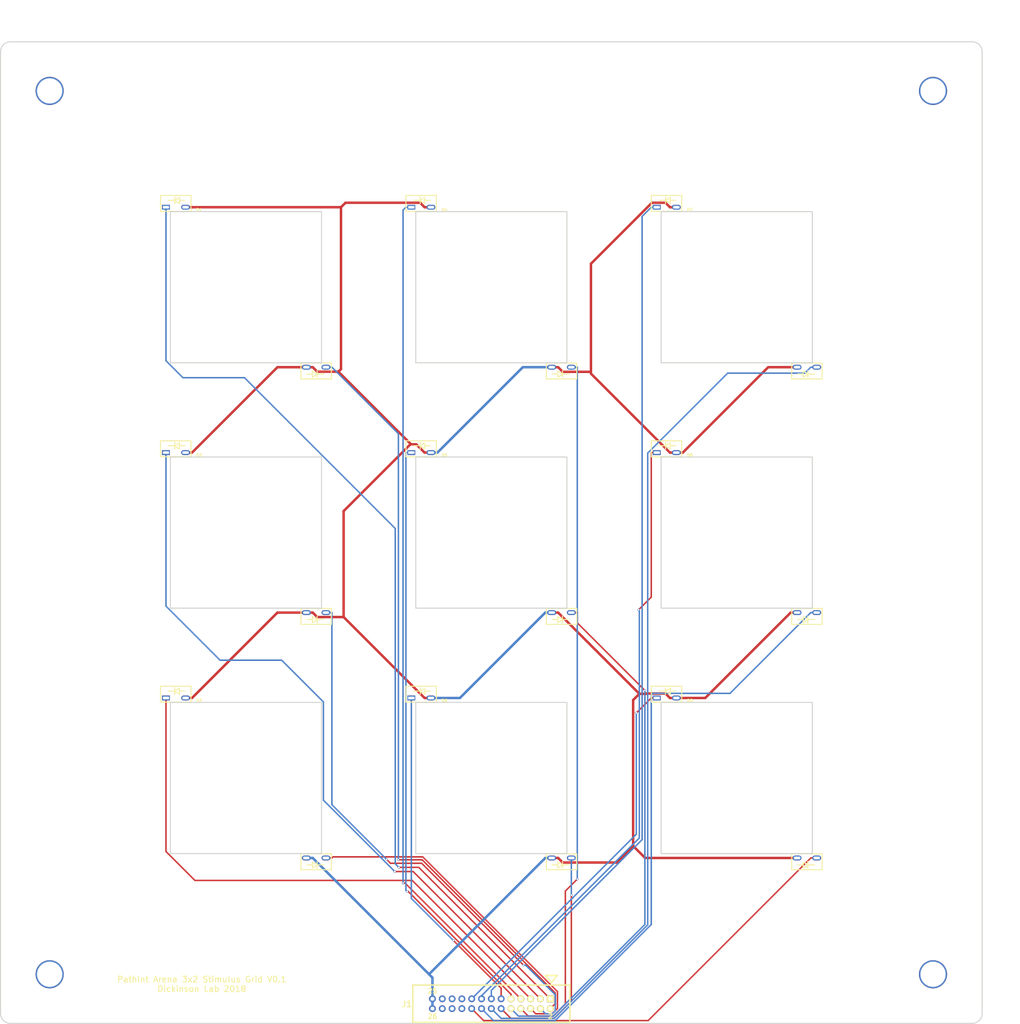
<source format=kicad_pcb>
(kicad_pcb (version 4) (host pcbnew 4.0.7-e2-6376~58~ubuntu16.04.1)

  (general
    (links 37)
    (no_connects 0)
    (area 25.272999 15.08 292.08 279.539701)
    (thickness 1.6)
    (drawings 49)
    (tracks 206)
    (zones 0)
    (modules 14)
    (nets 26)
  )

  (page User 304.8 342.9)
  (layers
    (0 F.Cu signal)
    (31 B.Cu signal)
    (32 B.Adhes user)
    (33 F.Adhes user)
    (34 B.Paste user)
    (35 F.Paste user)
    (36 B.SilkS user)
    (37 F.SilkS user)
    (38 B.Mask user)
    (39 F.Mask user)
    (40 Dwgs.User user)
    (41 Cmts.User user)
    (42 Eco1.User user)
    (43 Eco2.User user)
    (44 Edge.Cuts user)
    (45 Margin user)
    (46 B.CrtYd user)
    (47 F.CrtYd user)
    (48 B.Fab user)
    (49 F.Fab user)
  )

  (setup
    (last_trace_width 0.381)
    (trace_clearance 0.2032)
    (zone_clearance 0.508)
    (zone_45_only no)
    (trace_min 0.2)
    (segment_width 0.254)
    (edge_width 0.254)
    (via_size 0.6)
    (via_drill 0.4)
    (via_min_size 0.4)
    (via_min_drill 0.3)
    (uvia_size 0.3)
    (uvia_drill 0.1)
    (uvias_allowed no)
    (uvia_min_size 0)
    (uvia_min_drill 0)
    (pcb_text_width 0.3)
    (pcb_text_size 1.5 1.5)
    (mod_edge_width 0.15)
    (mod_text_size 1 1)
    (mod_text_width 0.15)
    (pad_size 1.524 1.524)
    (pad_drill 0.762)
    (pad_to_mask_clearance 0.2)
    (aux_axis_origin 0 0)
    (visible_elements FFFFFF7F)
    (pcbplotparams
      (layerselection 0x010f0_80000001)
      (usegerberextensions false)
      (excludeedgelayer true)
      (linewidth 0.100000)
      (plotframeref false)
      (viasonmask false)
      (mode 1)
      (useauxorigin false)
      (hpglpennumber 1)
      (hpglpenspeed 20)
      (hpglpendiameter 15)
      (hpglpenoverlay 2)
      (psnegative false)
      (psa4output false)
      (plotreference true)
      (plotvalue true)
      (plotinvisibletext false)
      (padsonsilk false)
      (subtractmaskfromsilk false)
      (outputformat 1)
      (mirror false)
      (drillshape 0)
      (scaleselection 1)
      (outputdirectory gerber_v0p1/))
  )

  (net 0 "")
  (net 1 /PWM0)
  (net 2 /VIN)
  (net 3 /PWM1)
  (net 4 /PWM2)
  (net 5 /PWM3)
  (net 6 /PWM4)
  (net 7 /PWM5)
  (net 8 /PWM6)
  (net 9 /PWM7)
  (net 10 /PWM10)
  (net 11 /PWM11)
  (net 12 /PWM8)
  (net 13 /PWM9)
  (net 14 /PWM12)
  (net 15 /PWM13)
  (net 16 /PWM14)
  (net 17 /PWM15)
  (net 18 /PWM16)
  (net 19 /PWM17)
  (net 20 "Net-(J1-Pad19)")
  (net 21 "Net-(J1-Pad20)")
  (net 22 "Net-(J1-Pad21)")
  (net 23 "Net-(J1-Pad22)")
  (net 24 "Net-(J1-Pad23)")
  (net 25 "Net-(J1-Pad24)")

  (net_class Default "This is the default net class."
    (clearance 0.2032)
    (trace_width 0.381)
    (via_dia 0.6)
    (via_drill 0.4)
    (uvia_dia 0.3)
    (uvia_drill 0.1)
    (add_net /PWM0)
    (add_net /PWM1)
    (add_net /PWM10)
    (add_net /PWM11)
    (add_net /PWM12)
    (add_net /PWM13)
    (add_net /PWM14)
    (add_net /PWM15)
    (add_net /PWM16)
    (add_net /PWM17)
    (add_net /PWM2)
    (add_net /PWM3)
    (add_net /PWM4)
    (add_net /PWM5)
    (add_net /PWM6)
    (add_net /PWM7)
    (add_net /PWM8)
    (add_net /PWM9)
    (add_net "Net-(J1-Pad19)")
    (add_net "Net-(J1-Pad20)")
    (add_net "Net-(J1-Pad21)")
    (add_net "Net-(J1-Pad22)")
    (add_net "Net-(J1-Pad23)")
    (add_net "Net-(J1-Pad24)")
  )

  (net_class Power ""
    (clearance 0.2032)
    (trace_width 0.635)
    (via_dia 0.6)
    (via_drill 0.4)
    (uvia_dia 0.3)
    (uvia_drill 0.1)
    (add_net /VIN)
  )

  (module 0P25_THRU_HOLE:0P25_THRU_HOLE (layer F.Cu) (tedit 5BFF1240) (tstamp 5BFEDFC3)
    (at 38.1 38.1)
    (fp_text reference M1 (at 0 5.08) (layer F.SilkS) hide
      (effects (font (size 0.762 0.762) (thickness 0.1778)))
    )
    (fp_text value 0P25_THRU_HOLE (at 0 -5.08) (layer F.Fab) hide
      (effects (font (size 0.762 0.762) (thickness 0.1778)))
    )
    (pad "" thru_hole circle (at 0 0) (size 7.2898 7.2898) (drill 6.5278) (layers *.Cu *.Mask))
  )

  (module 0P25_THRU_HOLE:0P25_THRU_HOLE (layer F.Cu) (tedit 5BFF124A) (tstamp 5BFEDFD1)
    (at 266.7 38.1)
    (fp_text reference M2 (at 0 5.08) (layer F.SilkS) hide
      (effects (font (size 0.762 0.762) (thickness 0.1778)))
    )
    (fp_text value 0P25_THRU_HOLE (at 0 -5.08) (layer F.Fab) hide
      (effects (font (size 0.762 0.762) (thickness 0.1778)))
    )
    (pad "" thru_hole circle (at 0 0) (size 7.2898 7.2898) (drill 6.5278) (layers *.Cu *.Mask))
  )

  (module 0P25_THRU_HOLE:0P25_THRU_HOLE (layer F.Cu) (tedit 5BFF1254) (tstamp 5BFEDFDA)
    (at 266.7 266.7)
    (fp_text reference M3 (at 0 5.08) (layer F.SilkS) hide
      (effects (font (size 0.762 0.762) (thickness 0.1778)))
    )
    (fp_text value 0P25_THRU_HOLE (at 0 -5.08) (layer F.Fab) hide
      (effects (font (size 0.762 0.762) (thickness 0.1778)))
    )
    (pad "" thru_hole circle (at 0 0) (size 7.2898 7.2898) (drill 6.5278) (layers *.Cu *.Mask))
  )

  (module 0P25_THRU_HOLE:0P25_THRU_HOLE (layer F.Cu) (tedit 5BFF1260) (tstamp 5BFEDFE3)
    (at 38.1 266.7)
    (fp_text reference M4 (at 0 5.08) (layer F.SilkS) hide
      (effects (font (size 0.762 0.762) (thickness 0.1778)))
    )
    (fp_text value 0P25_THRU_HOLE (at 0 -5.08) (layer F.Fab) hide
      (effects (font (size 0.762 0.762) (thickness 0.1778)))
    )
    (pad "" thru_hole circle (at 0 0) (size 7.2898 7.2898) (drill 6.5278) (layers *.Cu *.Mask))
  )

  (module 13X2_SHRD_HEADER:5X2_SHRD_HEADER (layer F.Cu) (tedit 5BFF110B) (tstamp 5BFF1361)
    (at 152.4 274.32 180)
    (path /5BFC9077)
    (fp_text reference J1 (at 21.8694 -0.0762 180) (layer F.SilkS)
      (effects (font (thickness 0.3048)))
    )
    (fp_text value conn_2x13_odd_even (at 0 6.604 180) (layer F.SilkS) hide
      (effects (font (thickness 0.3048)))
    )
    (fp_line (start 20.32 -4.826) (end 20.32 4.826) (layer F.SilkS) (width 0.381))
    (fp_line (start 0 4.826) (end 20.32 4.826) (layer F.SilkS) (width 0.381))
    (fp_line (start 0 -4.826) (end 20.32 -4.826) (layer F.SilkS) (width 0.381))
    (fp_line (start -20.32 -4.826) (end 0 -4.826) (layer F.SilkS) (width 0.381))
    (fp_line (start 0 4.826) (end -20.32 4.826) (layer F.SilkS) (width 0.381))
    (fp_line (start -20.32 4.826) (end -20.32 -4.826) (layer F.SilkS) (width 0.381))
    (fp_line (start -17.06118 7.29996) (end -14.0589 7.29996) (layer F.SilkS) (width 0.381))
    (fp_text user 26 (at 15.24 -3.302 180) (layer F.SilkS)
      (effects (font (size 1.27 1.27) (thickness 0.254)))
    )
    (fp_text user 25 (at 15.24 3.302 180) (layer F.SilkS)
      (effects (font (size 1.27 1.27) (thickness 0.254)))
    )
    (fp_text user 2 (at -15.26032 -3.2004 180) (layer F.SilkS)
      (effects (font (size 1.27 1.27) (thickness 0.254)))
    )
    (fp_line (start -15.52448 5.48894) (end -17.04848 7.26694) (layer F.SilkS) (width 0.381))
    (fp_line (start -14.00048 7.2644) (end -15.52448 5.4864) (layer F.SilkS) (width 0.381))
    (pad 1 thru_hole rect (at -15.24 1.27 180) (size 1.778 1.778) (drill 1.016) (layers *.Cu *.Mask F.SilkS)
      (net 1 /PWM0))
    (pad 2 thru_hole circle (at -15.24 -1.27 180) (size 1.778 1.778) (drill 1.016) (layers *.Cu *.Mask F.SilkS)
      (net 3 /PWM1))
    (pad 3 thru_hole circle (at -12.7 1.27 180) (size 1.778 1.778) (drill 1.016) (layers *.Cu *.Mask F.SilkS)
      (net 4 /PWM2))
    (pad 4 thru_hole circle (at -12.7 -1.27 180) (size 1.778 1.778) (drill 1.016) (layers *.Cu *.Mask F.SilkS)
      (net 5 /PWM3))
    (pad 5 thru_hole circle (at -10.16 1.27 180) (size 1.778 1.778) (drill 1.016) (layers *.Cu *.Mask F.SilkS)
      (net 6 /PWM4))
    (pad 6 thru_hole circle (at -10.16 -1.27 180) (size 1.778 1.778) (drill 1.016) (layers *.Cu *.Mask F.SilkS)
      (net 7 /PWM5))
    (pad 7 thru_hole circle (at -7.62 1.27 180) (size 1.778 1.778) (drill 1.016) (layers *.Cu *.Mask F.SilkS)
      (net 8 /PWM6))
    (pad 8 thru_hole circle (at -7.62 -1.27 180) (size 1.778 1.778) (drill 1.016) (layers *.Cu *.Mask F.SilkS)
      (net 9 /PWM7))
    (pad 9 thru_hole circle (at -5.08 1.27 180) (size 1.778 1.778) (drill 1.016) (layers *.Cu *.Mask F.SilkS)
      (net 12 /PWM8))
    (pad 10 thru_hole circle (at -5.08 -1.27 180) (size 1.778 1.778) (drill 1.016) (layers *.Cu *.Mask F.SilkS)
      (net 13 /PWM9))
    (pad 11 thru_hole circle (at -2.54 1.27 180) (size 1.778 1.778) (drill 1.016) (layers *.Cu *.Mask)
      (net 10 /PWM10))
    (pad 12 thru_hole circle (at -2.54 -1.27 180) (size 1.778 1.778) (drill 1.016) (layers *.Cu *.Mask)
      (net 11 /PWM11))
    (pad 13 thru_hole circle (at 0 1.27 180) (size 1.778 1.778) (drill 1.016) (layers *.Cu *.Mask)
      (net 14 /PWM12))
    (pad 14 thru_hole circle (at 0 -1.27 180) (size 1.778 1.778) (drill 1.016) (layers *.Cu *.Mask)
      (net 15 /PWM13))
    (pad 15 thru_hole circle (at 2.54 1.27 180) (size 1.778 1.778) (drill 1.016) (layers *.Cu *.Mask)
      (net 16 /PWM14))
    (pad 16 thru_hole circle (at 2.54 -1.27 180) (size 1.778 1.778) (drill 1.016) (layers *.Cu *.Mask)
      (net 17 /PWM15))
    (pad 17 thru_hole circle (at 5.08 1.27 180) (size 1.778 1.778) (drill 1.016) (layers *.Cu *.Mask)
      (net 18 /PWM16))
    (pad 18 thru_hole circle (at 5.08 -1.27 180) (size 1.778 1.778) (drill 1.016) (layers *.Cu *.Mask)
      (net 19 /PWM17))
    (pad 19 thru_hole circle (at 7.62 1.27 180) (size 1.778 1.778) (drill 1.016) (layers *.Cu *.Mask)
      (net 20 "Net-(J1-Pad19)"))
    (pad 20 thru_hole circle (at 7.62 -1.27 180) (size 1.778 1.778) (drill 1.016) (layers *.Cu *.Mask)
      (net 21 "Net-(J1-Pad20)"))
    (pad 21 thru_hole circle (at 10.16 1.27 180) (size 1.778 1.778) (drill 1.016) (layers *.Cu *.Mask)
      (net 22 "Net-(J1-Pad21)"))
    (pad 22 thru_hole circle (at 10.16 -1.27 180) (size 1.778 1.778) (drill 1.016) (layers *.Cu *.Mask)
      (net 23 "Net-(J1-Pad22)"))
    (pad 23 thru_hole circle (at 12.7 1.27 180) (size 1.778 1.778) (drill 1.016) (layers *.Cu *.Mask)
      (net 24 "Net-(J1-Pad23)"))
    (pad 24 thru_hole circle (at 12.7 -1.27 180) (size 1.778 1.778) (drill 1.016) (layers *.Cu *.Mask)
      (net 25 "Net-(J1-Pad24)"))
    (pad 25 thru_hole circle (at 15.24 1.27 180) (size 1.778 1.778) (drill 1.016) (layers *.Cu *.Mask)
      (net 2 /VIN))
    (pad 26 thru_hole circle (at 15.24 -1.27 180) (size 1.778 1.778) (drill 1.016) (layers *.Cu *.Mask)
      (net 2 /VIN))
  )

  (module ARENA_ELEM:SUB_ARENA (layer F.Cu) (tedit 5BFF21FD) (tstamp 5BFF1343)
    (at 215.9 215.9)
    (path /5BFFC2C7)
    (fp_text reference D9 (at -12.1285 -20.0025) (layer F.SilkS)
      (effects (font (size 0.762 0.762) (thickness 0.1778)))
    )
    (fp_text value ARENA_LED_PAIR (at 5.334 2.3495) (layer F.Fab) hide
      (effects (font (size 0.762 0.762) (thickness 0.1778)))
    )
    (fp_line (start 14.224 19.6215) (end 14.224 23.749) (layer F.SilkS) (width 0.254))
    (fp_line (start 22.098 19.6215) (end 22.098 23.749) (layer F.SilkS) (width 0.254))
    (fp_line (start 14.224 19.6215) (end 22.098 19.6215) (layer F.SilkS) (width 0.254))
    (fp_line (start -14.224 -23.749) (end -14.224 -19.6215) (layer F.SilkS) (width 0.254))
    (fp_line (start -22.098 -23.749) (end -22.098 -19.6215) (layer F.SilkS) (width 0.254))
    (fp_line (start -22.098 -19.6215) (end -14.224 -19.6215) (layer F.SilkS) (width 0.254))
    (fp_line (start 19.558 19.558) (end 19.558 -19.558) (layer Dwgs.User) (width 0.0508))
    (fp_line (start -19.558 19.558) (end 19.558 19.558) (layer Dwgs.User) (width 0.0508))
    (fp_line (start -19.558 -19.558) (end -19.558 19.558) (layer Dwgs.User) (width 0.0508))
    (fp_line (start -19.558 -19.558) (end 19.558 -19.558) (layer Dwgs.User) (width 0.0508))
    (fp_line (start 18.415 21.59) (end 18.415 23.368) (layer F.SilkS) (width 0.254))
    (fp_line (start 18.415 22.479) (end 17.2085 21.717) (layer F.SilkS) (width 0.254))
    (fp_line (start 18.415 22.5425) (end 17.2085 23.3045) (layer F.SilkS) (width 0.254))
    (fp_line (start 17.2085 21.7805) (end 17.2085 23.241) (layer F.SilkS) (width 0.254))
    (fp_line (start 17.2085 22.479) (end 15.748 22.479) (layer F.SilkS) (width 0.254))
    (fp_line (start 18.542 22.479) (end 20.193 22.479) (layer F.SilkS) (width 0.254))
    (fp_line (start -18.4785 -22.479) (end -20.1295 -22.479) (layer F.SilkS) (width 0.254))
    (fp_line (start 14.224 23.749) (end 22.098 23.749) (layer F.SilkS) (width 0.254))
    (fp_line (start -17.2085 -22.479) (end -15.748 -22.479) (layer F.SilkS) (width 0.254))
    (fp_line (start -17.2085 -23.1775) (end -17.2085 -21.717) (layer F.SilkS) (width 0.254))
    (fp_line (start -18.415 -22.4155) (end -17.2085 -21.6535) (layer F.SilkS) (width 0.254))
    (fp_line (start -18.415 -22.479) (end -17.2085 -23.241) (layer F.SilkS) (width 0.254))
    (fp_line (start -18.415 -23.368) (end -18.415 -21.59) (layer F.SilkS) (width 0.254))
    (fp_line (start -22.098 -23.749) (end -14.224 -23.749) (layer F.SilkS) (width 0.254))
    (fp_line (start 19.0754 -0.9144) (end 19.0754 19.0754) (layer Dwgs.User) (width 0.254))
    (fp_line (start -19.0754 -19.0754) (end 0.9144 -19.0754) (layer Dwgs.User) (width 0.254))
    (fp_line (start -0.9144 19.0754) (end 19.0754 19.0754) (layer Dwgs.User) (width 0.254))
    (fp_line (start -19.0754 0) (end -19.0754 0.9144) (layer Dwgs.User) (width 0.254))
    (fp_line (start -0.9144 0.9144) (end -0.9144 19.0754) (layer Dwgs.User) (width 0.254))
    (fp_line (start 0.9144 -0.9144) (end 19.0754 -0.9144) (layer Dwgs.User) (width 0.254))
    (fp_line (start 0.9144 -19.0754) (end 0.9144 -0.9144) (layer Dwgs.User) (width 0.254))
    (fp_line (start -19.0754 0.9144) (end -0.9144 0.9144) (layer Dwgs.User) (width 0.254))
    (fp_line (start 0.9144 0.9144) (end 17.2212 0.9144) (layer Dwgs.User) (width 0.254))
    (fp_line (start 17.2212 0.9144) (end 17.2212 17.2212) (layer Dwgs.User) (width 0.254))
    (fp_line (start 17.2212 17.2212) (end 0.9144 17.2212) (layer Dwgs.User) (width 0.254))
    (fp_line (start 0.9144 17.2212) (end 0.9144 0.9144) (layer Dwgs.User) (width 0.254))
    (fp_line (start -17.2212 -17.2212) (end -0.9144 -17.2212) (layer Dwgs.User) (width 0.254))
    (fp_line (start -0.9144 -17.2212) (end -0.9144 -0.9144) (layer Dwgs.User) (width 0.254))
    (fp_line (start -0.9144 -0.9144) (end -17.2212 -0.9144) (layer Dwgs.User) (width 0.254))
    (fp_line (start -17.2212 -0.9144) (end -17.2212 -17.2212) (layer Dwgs.User) (width 0.254))
    (fp_line (start -19.0754 0) (end -19.0754 -19.0754) (layer Dwgs.User) (width 0.254))
    (pad 1 thru_hole rect (at -20.701 -20.701) (size 2.032 1.27) (drill oval 1.651 0.635) (layers *.Cu *.Mask)
      (net 18 /PWM16))
    (pad 2 thru_hole oval (at -15.621 -20.701) (size 2.286 1.27) (drill oval 1.651 0.635) (layers *.Cu *.Mask)
      (net 2 /VIN))
    (pad 4 thru_hole oval (at 15.621 20.701) (size 2.286 1.27) (drill oval 1.651 0.635) (layers *.Cu *.Mask)
      (net 2 /VIN))
    (pad 3 thru_hole oval (at 20.701 20.701) (size 2.286 1.27) (drill oval 1.651 0.635) (layers *.Cu *.Mask)
      (net 19 /PWM17))
  )

  (module ARENA_ELEM:SUB_ARENA (layer F.Cu) (tedit 5BFF21FD) (tstamp 5BFF1314)
    (at 215.9 152.4)
    (path /5BFFC11C)
    (fp_text reference D8 (at -12.1285 -20.0025) (layer F.SilkS)
      (effects (font (size 0.762 0.762) (thickness 0.1778)))
    )
    (fp_text value ARENA_LED_PAIR (at 5.334 2.3495) (layer F.Fab) hide
      (effects (font (size 0.762 0.762) (thickness 0.1778)))
    )
    (fp_line (start 14.224 19.6215) (end 14.224 23.749) (layer F.SilkS) (width 0.254))
    (fp_line (start 22.098 19.6215) (end 22.098 23.749) (layer F.SilkS) (width 0.254))
    (fp_line (start 14.224 19.6215) (end 22.098 19.6215) (layer F.SilkS) (width 0.254))
    (fp_line (start -14.224 -23.749) (end -14.224 -19.6215) (layer F.SilkS) (width 0.254))
    (fp_line (start -22.098 -23.749) (end -22.098 -19.6215) (layer F.SilkS) (width 0.254))
    (fp_line (start -22.098 -19.6215) (end -14.224 -19.6215) (layer F.SilkS) (width 0.254))
    (fp_line (start 19.558 19.558) (end 19.558 -19.558) (layer Dwgs.User) (width 0.0508))
    (fp_line (start -19.558 19.558) (end 19.558 19.558) (layer Dwgs.User) (width 0.0508))
    (fp_line (start -19.558 -19.558) (end -19.558 19.558) (layer Dwgs.User) (width 0.0508))
    (fp_line (start -19.558 -19.558) (end 19.558 -19.558) (layer Dwgs.User) (width 0.0508))
    (fp_line (start 18.415 21.59) (end 18.415 23.368) (layer F.SilkS) (width 0.254))
    (fp_line (start 18.415 22.479) (end 17.2085 21.717) (layer F.SilkS) (width 0.254))
    (fp_line (start 18.415 22.5425) (end 17.2085 23.3045) (layer F.SilkS) (width 0.254))
    (fp_line (start 17.2085 21.7805) (end 17.2085 23.241) (layer F.SilkS) (width 0.254))
    (fp_line (start 17.2085 22.479) (end 15.748 22.479) (layer F.SilkS) (width 0.254))
    (fp_line (start 18.542 22.479) (end 20.193 22.479) (layer F.SilkS) (width 0.254))
    (fp_line (start -18.4785 -22.479) (end -20.1295 -22.479) (layer F.SilkS) (width 0.254))
    (fp_line (start 14.224 23.749) (end 22.098 23.749) (layer F.SilkS) (width 0.254))
    (fp_line (start -17.2085 -22.479) (end -15.748 -22.479) (layer F.SilkS) (width 0.254))
    (fp_line (start -17.2085 -23.1775) (end -17.2085 -21.717) (layer F.SilkS) (width 0.254))
    (fp_line (start -18.415 -22.4155) (end -17.2085 -21.6535) (layer F.SilkS) (width 0.254))
    (fp_line (start -18.415 -22.479) (end -17.2085 -23.241) (layer F.SilkS) (width 0.254))
    (fp_line (start -18.415 -23.368) (end -18.415 -21.59) (layer F.SilkS) (width 0.254))
    (fp_line (start -22.098 -23.749) (end -14.224 -23.749) (layer F.SilkS) (width 0.254))
    (fp_line (start 19.0754 -0.9144) (end 19.0754 19.0754) (layer Dwgs.User) (width 0.254))
    (fp_line (start -19.0754 -19.0754) (end 0.9144 -19.0754) (layer Dwgs.User) (width 0.254))
    (fp_line (start -0.9144 19.0754) (end 19.0754 19.0754) (layer Dwgs.User) (width 0.254))
    (fp_line (start -19.0754 0) (end -19.0754 0.9144) (layer Dwgs.User) (width 0.254))
    (fp_line (start -0.9144 0.9144) (end -0.9144 19.0754) (layer Dwgs.User) (width 0.254))
    (fp_line (start 0.9144 -0.9144) (end 19.0754 -0.9144) (layer Dwgs.User) (width 0.254))
    (fp_line (start 0.9144 -19.0754) (end 0.9144 -0.9144) (layer Dwgs.User) (width 0.254))
    (fp_line (start -19.0754 0.9144) (end -0.9144 0.9144) (layer Dwgs.User) (width 0.254))
    (fp_line (start 0.9144 0.9144) (end 17.2212 0.9144) (layer Dwgs.User) (width 0.254))
    (fp_line (start 17.2212 0.9144) (end 17.2212 17.2212) (layer Dwgs.User) (width 0.254))
    (fp_line (start 17.2212 17.2212) (end 0.9144 17.2212) (layer Dwgs.User) (width 0.254))
    (fp_line (start 0.9144 17.2212) (end 0.9144 0.9144) (layer Dwgs.User) (width 0.254))
    (fp_line (start -17.2212 -17.2212) (end -0.9144 -17.2212) (layer Dwgs.User) (width 0.254))
    (fp_line (start -0.9144 -17.2212) (end -0.9144 -0.9144) (layer Dwgs.User) (width 0.254))
    (fp_line (start -0.9144 -0.9144) (end -17.2212 -0.9144) (layer Dwgs.User) (width 0.254))
    (fp_line (start -17.2212 -0.9144) (end -17.2212 -17.2212) (layer Dwgs.User) (width 0.254))
    (fp_line (start -19.0754 0) (end -19.0754 -19.0754) (layer Dwgs.User) (width 0.254))
    (pad 1 thru_hole rect (at -20.701 -20.701) (size 2.032 1.27) (drill oval 1.651 0.635) (layers *.Cu *.Mask)
      (net 16 /PWM14))
    (pad 2 thru_hole oval (at -15.621 -20.701) (size 2.286 1.27) (drill oval 1.651 0.635) (layers *.Cu *.Mask)
      (net 2 /VIN))
    (pad 4 thru_hole oval (at 15.621 20.701) (size 2.286 1.27) (drill oval 1.651 0.635) (layers *.Cu *.Mask)
      (net 2 /VIN))
    (pad 3 thru_hole oval (at 20.701 20.701) (size 2.286 1.27) (drill oval 1.651 0.635) (layers *.Cu *.Mask)
      (net 17 /PWM15))
  )

  (module ARENA_ELEM:SUB_ARENA (layer F.Cu) (tedit 5BFF21FD) (tstamp 5BFF12E5)
    (at 215.9 88.9)
    (path /5BFFBF48)
    (fp_text reference D7 (at -12.1285 -20.0025) (layer F.SilkS)
      (effects (font (size 0.762 0.762) (thickness 0.1778)))
    )
    (fp_text value ARENA_LED_PAIR (at 5.334 2.3495) (layer F.Fab) hide
      (effects (font (size 0.762 0.762) (thickness 0.1778)))
    )
    (fp_line (start 14.224 19.6215) (end 14.224 23.749) (layer F.SilkS) (width 0.254))
    (fp_line (start 22.098 19.6215) (end 22.098 23.749) (layer F.SilkS) (width 0.254))
    (fp_line (start 14.224 19.6215) (end 22.098 19.6215) (layer F.SilkS) (width 0.254))
    (fp_line (start -14.224 -23.749) (end -14.224 -19.6215) (layer F.SilkS) (width 0.254))
    (fp_line (start -22.098 -23.749) (end -22.098 -19.6215) (layer F.SilkS) (width 0.254))
    (fp_line (start -22.098 -19.6215) (end -14.224 -19.6215) (layer F.SilkS) (width 0.254))
    (fp_line (start 19.558 19.558) (end 19.558 -19.558) (layer Dwgs.User) (width 0.0508))
    (fp_line (start -19.558 19.558) (end 19.558 19.558) (layer Dwgs.User) (width 0.0508))
    (fp_line (start -19.558 -19.558) (end -19.558 19.558) (layer Dwgs.User) (width 0.0508))
    (fp_line (start -19.558 -19.558) (end 19.558 -19.558) (layer Dwgs.User) (width 0.0508))
    (fp_line (start 18.415 21.59) (end 18.415 23.368) (layer F.SilkS) (width 0.254))
    (fp_line (start 18.415 22.479) (end 17.2085 21.717) (layer F.SilkS) (width 0.254))
    (fp_line (start 18.415 22.5425) (end 17.2085 23.3045) (layer F.SilkS) (width 0.254))
    (fp_line (start 17.2085 21.7805) (end 17.2085 23.241) (layer F.SilkS) (width 0.254))
    (fp_line (start 17.2085 22.479) (end 15.748 22.479) (layer F.SilkS) (width 0.254))
    (fp_line (start 18.542 22.479) (end 20.193 22.479) (layer F.SilkS) (width 0.254))
    (fp_line (start -18.4785 -22.479) (end -20.1295 -22.479) (layer F.SilkS) (width 0.254))
    (fp_line (start 14.224 23.749) (end 22.098 23.749) (layer F.SilkS) (width 0.254))
    (fp_line (start -17.2085 -22.479) (end -15.748 -22.479) (layer F.SilkS) (width 0.254))
    (fp_line (start -17.2085 -23.1775) (end -17.2085 -21.717) (layer F.SilkS) (width 0.254))
    (fp_line (start -18.415 -22.4155) (end -17.2085 -21.6535) (layer F.SilkS) (width 0.254))
    (fp_line (start -18.415 -22.479) (end -17.2085 -23.241) (layer F.SilkS) (width 0.254))
    (fp_line (start -18.415 -23.368) (end -18.415 -21.59) (layer F.SilkS) (width 0.254))
    (fp_line (start -22.098 -23.749) (end -14.224 -23.749) (layer F.SilkS) (width 0.254))
    (fp_line (start 19.0754 -0.9144) (end 19.0754 19.0754) (layer Dwgs.User) (width 0.254))
    (fp_line (start -19.0754 -19.0754) (end 0.9144 -19.0754) (layer Dwgs.User) (width 0.254))
    (fp_line (start -0.9144 19.0754) (end 19.0754 19.0754) (layer Dwgs.User) (width 0.254))
    (fp_line (start -19.0754 0) (end -19.0754 0.9144) (layer Dwgs.User) (width 0.254))
    (fp_line (start -0.9144 0.9144) (end -0.9144 19.0754) (layer Dwgs.User) (width 0.254))
    (fp_line (start 0.9144 -0.9144) (end 19.0754 -0.9144) (layer Dwgs.User) (width 0.254))
    (fp_line (start 0.9144 -19.0754) (end 0.9144 -0.9144) (layer Dwgs.User) (width 0.254))
    (fp_line (start -19.0754 0.9144) (end -0.9144 0.9144) (layer Dwgs.User) (width 0.254))
    (fp_line (start 0.9144 0.9144) (end 17.2212 0.9144) (layer Dwgs.User) (width 0.254))
    (fp_line (start 17.2212 0.9144) (end 17.2212 17.2212) (layer Dwgs.User) (width 0.254))
    (fp_line (start 17.2212 17.2212) (end 0.9144 17.2212) (layer Dwgs.User) (width 0.254))
    (fp_line (start 0.9144 17.2212) (end 0.9144 0.9144) (layer Dwgs.User) (width 0.254))
    (fp_line (start -17.2212 -17.2212) (end -0.9144 -17.2212) (layer Dwgs.User) (width 0.254))
    (fp_line (start -0.9144 -17.2212) (end -0.9144 -0.9144) (layer Dwgs.User) (width 0.254))
    (fp_line (start -0.9144 -0.9144) (end -17.2212 -0.9144) (layer Dwgs.User) (width 0.254))
    (fp_line (start -17.2212 -0.9144) (end -17.2212 -17.2212) (layer Dwgs.User) (width 0.254))
    (fp_line (start -19.0754 0) (end -19.0754 -19.0754) (layer Dwgs.User) (width 0.254))
    (pad 1 thru_hole rect (at -20.701 -20.701) (size 2.032 1.27) (drill oval 1.651 0.635) (layers *.Cu *.Mask)
      (net 14 /PWM12))
    (pad 2 thru_hole oval (at -15.621 -20.701) (size 2.286 1.27) (drill oval 1.651 0.635) (layers *.Cu *.Mask)
      (net 2 /VIN))
    (pad 4 thru_hole oval (at 15.621 20.701) (size 2.286 1.27) (drill oval 1.651 0.635) (layers *.Cu *.Mask)
      (net 2 /VIN))
    (pad 3 thru_hole oval (at 20.701 20.701) (size 2.286 1.27) (drill oval 1.651 0.635) (layers *.Cu *.Mask)
      (net 15 /PWM13))
  )

  (module ARENA_ELEM:SUB_ARENA (layer F.Cu) (tedit 5BFF21FD) (tstamp 5BFF12B6)
    (at 152.4 215.9)
    (path /5BFFC231)
    (fp_text reference D6 (at -12.1285 -20.0025) (layer F.SilkS)
      (effects (font (size 0.762 0.762) (thickness 0.1778)))
    )
    (fp_text value ARENA_LED_PAIR (at 5.334 2.3495) (layer F.Fab) hide
      (effects (font (size 0.762 0.762) (thickness 0.1778)))
    )
    (fp_line (start 14.224 19.6215) (end 14.224 23.749) (layer F.SilkS) (width 0.254))
    (fp_line (start 22.098 19.6215) (end 22.098 23.749) (layer F.SilkS) (width 0.254))
    (fp_line (start 14.224 19.6215) (end 22.098 19.6215) (layer F.SilkS) (width 0.254))
    (fp_line (start -14.224 -23.749) (end -14.224 -19.6215) (layer F.SilkS) (width 0.254))
    (fp_line (start -22.098 -23.749) (end -22.098 -19.6215) (layer F.SilkS) (width 0.254))
    (fp_line (start -22.098 -19.6215) (end -14.224 -19.6215) (layer F.SilkS) (width 0.254))
    (fp_line (start 19.558 19.558) (end 19.558 -19.558) (layer Dwgs.User) (width 0.0508))
    (fp_line (start -19.558 19.558) (end 19.558 19.558) (layer Dwgs.User) (width 0.0508))
    (fp_line (start -19.558 -19.558) (end -19.558 19.558) (layer Dwgs.User) (width 0.0508))
    (fp_line (start -19.558 -19.558) (end 19.558 -19.558) (layer Dwgs.User) (width 0.0508))
    (fp_line (start 18.415 21.59) (end 18.415 23.368) (layer F.SilkS) (width 0.254))
    (fp_line (start 18.415 22.479) (end 17.2085 21.717) (layer F.SilkS) (width 0.254))
    (fp_line (start 18.415 22.5425) (end 17.2085 23.3045) (layer F.SilkS) (width 0.254))
    (fp_line (start 17.2085 21.7805) (end 17.2085 23.241) (layer F.SilkS) (width 0.254))
    (fp_line (start 17.2085 22.479) (end 15.748 22.479) (layer F.SilkS) (width 0.254))
    (fp_line (start 18.542 22.479) (end 20.193 22.479) (layer F.SilkS) (width 0.254))
    (fp_line (start -18.4785 -22.479) (end -20.1295 -22.479) (layer F.SilkS) (width 0.254))
    (fp_line (start 14.224 23.749) (end 22.098 23.749) (layer F.SilkS) (width 0.254))
    (fp_line (start -17.2085 -22.479) (end -15.748 -22.479) (layer F.SilkS) (width 0.254))
    (fp_line (start -17.2085 -23.1775) (end -17.2085 -21.717) (layer F.SilkS) (width 0.254))
    (fp_line (start -18.415 -22.4155) (end -17.2085 -21.6535) (layer F.SilkS) (width 0.254))
    (fp_line (start -18.415 -22.479) (end -17.2085 -23.241) (layer F.SilkS) (width 0.254))
    (fp_line (start -18.415 -23.368) (end -18.415 -21.59) (layer F.SilkS) (width 0.254))
    (fp_line (start -22.098 -23.749) (end -14.224 -23.749) (layer F.SilkS) (width 0.254))
    (fp_line (start 19.0754 -0.9144) (end 19.0754 19.0754) (layer Dwgs.User) (width 0.254))
    (fp_line (start -19.0754 -19.0754) (end 0.9144 -19.0754) (layer Dwgs.User) (width 0.254))
    (fp_line (start -0.9144 19.0754) (end 19.0754 19.0754) (layer Dwgs.User) (width 0.254))
    (fp_line (start -19.0754 0) (end -19.0754 0.9144) (layer Dwgs.User) (width 0.254))
    (fp_line (start -0.9144 0.9144) (end -0.9144 19.0754) (layer Dwgs.User) (width 0.254))
    (fp_line (start 0.9144 -0.9144) (end 19.0754 -0.9144) (layer Dwgs.User) (width 0.254))
    (fp_line (start 0.9144 -19.0754) (end 0.9144 -0.9144) (layer Dwgs.User) (width 0.254))
    (fp_line (start -19.0754 0.9144) (end -0.9144 0.9144) (layer Dwgs.User) (width 0.254))
    (fp_line (start 0.9144 0.9144) (end 17.2212 0.9144) (layer Dwgs.User) (width 0.254))
    (fp_line (start 17.2212 0.9144) (end 17.2212 17.2212) (layer Dwgs.User) (width 0.254))
    (fp_line (start 17.2212 17.2212) (end 0.9144 17.2212) (layer Dwgs.User) (width 0.254))
    (fp_line (start 0.9144 17.2212) (end 0.9144 0.9144) (layer Dwgs.User) (width 0.254))
    (fp_line (start -17.2212 -17.2212) (end -0.9144 -17.2212) (layer Dwgs.User) (width 0.254))
    (fp_line (start -0.9144 -17.2212) (end -0.9144 -0.9144) (layer Dwgs.User) (width 0.254))
    (fp_line (start -0.9144 -0.9144) (end -17.2212 -0.9144) (layer Dwgs.User) (width 0.254))
    (fp_line (start -17.2212 -0.9144) (end -17.2212 -17.2212) (layer Dwgs.User) (width 0.254))
    (fp_line (start -19.0754 0) (end -19.0754 -19.0754) (layer Dwgs.User) (width 0.254))
    (pad 1 thru_hole rect (at -20.701 -20.701) (size 2.032 1.27) (drill oval 1.651 0.635) (layers *.Cu *.Mask)
      (net 10 /PWM10))
    (pad 2 thru_hole oval (at -15.621 -20.701) (size 2.286 1.27) (drill oval 1.651 0.635) (layers *.Cu *.Mask)
      (net 2 /VIN))
    (pad 4 thru_hole oval (at 15.621 20.701) (size 2.286 1.27) (drill oval 1.651 0.635) (layers *.Cu *.Mask)
      (net 2 /VIN))
    (pad 3 thru_hole oval (at 20.701 20.701) (size 2.286 1.27) (drill oval 1.651 0.635) (layers *.Cu *.Mask)
      (net 11 /PWM11))
  )

  (module ARENA_ELEM:SUB_ARENA (layer F.Cu) (tedit 5BFF21FD) (tstamp 5BFF1287)
    (at 152.4 152.4)
    (path /5BFFC093)
    (fp_text reference D5 (at -12.1285 -20.0025) (layer F.SilkS)
      (effects (font (size 0.762 0.762) (thickness 0.1778)))
    )
    (fp_text value ARENA_LED_PAIR (at 5.334 2.3495) (layer F.Fab) hide
      (effects (font (size 0.762 0.762) (thickness 0.1778)))
    )
    (fp_line (start 14.224 19.6215) (end 14.224 23.749) (layer F.SilkS) (width 0.254))
    (fp_line (start 22.098 19.6215) (end 22.098 23.749) (layer F.SilkS) (width 0.254))
    (fp_line (start 14.224 19.6215) (end 22.098 19.6215) (layer F.SilkS) (width 0.254))
    (fp_line (start -14.224 -23.749) (end -14.224 -19.6215) (layer F.SilkS) (width 0.254))
    (fp_line (start -22.098 -23.749) (end -22.098 -19.6215) (layer F.SilkS) (width 0.254))
    (fp_line (start -22.098 -19.6215) (end -14.224 -19.6215) (layer F.SilkS) (width 0.254))
    (fp_line (start 19.558 19.558) (end 19.558 -19.558) (layer Dwgs.User) (width 0.0508))
    (fp_line (start -19.558 19.558) (end 19.558 19.558) (layer Dwgs.User) (width 0.0508))
    (fp_line (start -19.558 -19.558) (end -19.558 19.558) (layer Dwgs.User) (width 0.0508))
    (fp_line (start -19.558 -19.558) (end 19.558 -19.558) (layer Dwgs.User) (width 0.0508))
    (fp_line (start 18.415 21.59) (end 18.415 23.368) (layer F.SilkS) (width 0.254))
    (fp_line (start 18.415 22.479) (end 17.2085 21.717) (layer F.SilkS) (width 0.254))
    (fp_line (start 18.415 22.5425) (end 17.2085 23.3045) (layer F.SilkS) (width 0.254))
    (fp_line (start 17.2085 21.7805) (end 17.2085 23.241) (layer F.SilkS) (width 0.254))
    (fp_line (start 17.2085 22.479) (end 15.748 22.479) (layer F.SilkS) (width 0.254))
    (fp_line (start 18.542 22.479) (end 20.193 22.479) (layer F.SilkS) (width 0.254))
    (fp_line (start -18.4785 -22.479) (end -20.1295 -22.479) (layer F.SilkS) (width 0.254))
    (fp_line (start 14.224 23.749) (end 22.098 23.749) (layer F.SilkS) (width 0.254))
    (fp_line (start -17.2085 -22.479) (end -15.748 -22.479) (layer F.SilkS) (width 0.254))
    (fp_line (start -17.2085 -23.1775) (end -17.2085 -21.717) (layer F.SilkS) (width 0.254))
    (fp_line (start -18.415 -22.4155) (end -17.2085 -21.6535) (layer F.SilkS) (width 0.254))
    (fp_line (start -18.415 -22.479) (end -17.2085 -23.241) (layer F.SilkS) (width 0.254))
    (fp_line (start -18.415 -23.368) (end -18.415 -21.59) (layer F.SilkS) (width 0.254))
    (fp_line (start -22.098 -23.749) (end -14.224 -23.749) (layer F.SilkS) (width 0.254))
    (fp_line (start 19.0754 -0.9144) (end 19.0754 19.0754) (layer Dwgs.User) (width 0.254))
    (fp_line (start -19.0754 -19.0754) (end 0.9144 -19.0754) (layer Dwgs.User) (width 0.254))
    (fp_line (start -0.9144 19.0754) (end 19.0754 19.0754) (layer Dwgs.User) (width 0.254))
    (fp_line (start -19.0754 0) (end -19.0754 0.9144) (layer Dwgs.User) (width 0.254))
    (fp_line (start -0.9144 0.9144) (end -0.9144 19.0754) (layer Dwgs.User) (width 0.254))
    (fp_line (start 0.9144 -0.9144) (end 19.0754 -0.9144) (layer Dwgs.User) (width 0.254))
    (fp_line (start 0.9144 -19.0754) (end 0.9144 -0.9144) (layer Dwgs.User) (width 0.254))
    (fp_line (start -19.0754 0.9144) (end -0.9144 0.9144) (layer Dwgs.User) (width 0.254))
    (fp_line (start 0.9144 0.9144) (end 17.2212 0.9144) (layer Dwgs.User) (width 0.254))
    (fp_line (start 17.2212 0.9144) (end 17.2212 17.2212) (layer Dwgs.User) (width 0.254))
    (fp_line (start 17.2212 17.2212) (end 0.9144 17.2212) (layer Dwgs.User) (width 0.254))
    (fp_line (start 0.9144 17.2212) (end 0.9144 0.9144) (layer Dwgs.User) (width 0.254))
    (fp_line (start -17.2212 -17.2212) (end -0.9144 -17.2212) (layer Dwgs.User) (width 0.254))
    (fp_line (start -0.9144 -17.2212) (end -0.9144 -0.9144) (layer Dwgs.User) (width 0.254))
    (fp_line (start -0.9144 -0.9144) (end -17.2212 -0.9144) (layer Dwgs.User) (width 0.254))
    (fp_line (start -17.2212 -0.9144) (end -17.2212 -17.2212) (layer Dwgs.User) (width 0.254))
    (fp_line (start -19.0754 0) (end -19.0754 -19.0754) (layer Dwgs.User) (width 0.254))
    (pad 1 thru_hole rect (at -20.701 -20.701) (size 2.032 1.27) (drill oval 1.651 0.635) (layers *.Cu *.Mask)
      (net 12 /PWM8))
    (pad 2 thru_hole oval (at -15.621 -20.701) (size 2.286 1.27) (drill oval 1.651 0.635) (layers *.Cu *.Mask)
      (net 2 /VIN))
    (pad 4 thru_hole oval (at 15.621 20.701) (size 2.286 1.27) (drill oval 1.651 0.635) (layers *.Cu *.Mask)
      (net 2 /VIN))
    (pad 3 thru_hole oval (at 20.701 20.701) (size 2.286 1.27) (drill oval 1.651 0.635) (layers *.Cu *.Mask)
      (net 13 /PWM9))
  )

  (module ARENA_ELEM:SUB_ARENA (layer F.Cu) (tedit 5BFF21FD) (tstamp 5BFF1258)
    (at 152.4 88.9)
    (path /5BFFBEE8)
    (fp_text reference D4 (at -12.1285 -20.0025) (layer F.SilkS)
      (effects (font (size 0.762 0.762) (thickness 0.1778)))
    )
    (fp_text value ARENA_LED_PAIR (at 5.334 2.3495) (layer F.Fab) hide
      (effects (font (size 0.762 0.762) (thickness 0.1778)))
    )
    (fp_line (start 14.224 19.6215) (end 14.224 23.749) (layer F.SilkS) (width 0.254))
    (fp_line (start 22.098 19.6215) (end 22.098 23.749) (layer F.SilkS) (width 0.254))
    (fp_line (start 14.224 19.6215) (end 22.098 19.6215) (layer F.SilkS) (width 0.254))
    (fp_line (start -14.224 -23.749) (end -14.224 -19.6215) (layer F.SilkS) (width 0.254))
    (fp_line (start -22.098 -23.749) (end -22.098 -19.6215) (layer F.SilkS) (width 0.254))
    (fp_line (start -22.098 -19.6215) (end -14.224 -19.6215) (layer F.SilkS) (width 0.254))
    (fp_line (start 19.558 19.558) (end 19.558 -19.558) (layer Dwgs.User) (width 0.0508))
    (fp_line (start -19.558 19.558) (end 19.558 19.558) (layer Dwgs.User) (width 0.0508))
    (fp_line (start -19.558 -19.558) (end -19.558 19.558) (layer Dwgs.User) (width 0.0508))
    (fp_line (start -19.558 -19.558) (end 19.558 -19.558) (layer Dwgs.User) (width 0.0508))
    (fp_line (start 18.415 21.59) (end 18.415 23.368) (layer F.SilkS) (width 0.254))
    (fp_line (start 18.415 22.479) (end 17.2085 21.717) (layer F.SilkS) (width 0.254))
    (fp_line (start 18.415 22.5425) (end 17.2085 23.3045) (layer F.SilkS) (width 0.254))
    (fp_line (start 17.2085 21.7805) (end 17.2085 23.241) (layer F.SilkS) (width 0.254))
    (fp_line (start 17.2085 22.479) (end 15.748 22.479) (layer F.SilkS) (width 0.254))
    (fp_line (start 18.542 22.479) (end 20.193 22.479) (layer F.SilkS) (width 0.254))
    (fp_line (start -18.4785 -22.479) (end -20.1295 -22.479) (layer F.SilkS) (width 0.254))
    (fp_line (start 14.224 23.749) (end 22.098 23.749) (layer F.SilkS) (width 0.254))
    (fp_line (start -17.2085 -22.479) (end -15.748 -22.479) (layer F.SilkS) (width 0.254))
    (fp_line (start -17.2085 -23.1775) (end -17.2085 -21.717) (layer F.SilkS) (width 0.254))
    (fp_line (start -18.415 -22.4155) (end -17.2085 -21.6535) (layer F.SilkS) (width 0.254))
    (fp_line (start -18.415 -22.479) (end -17.2085 -23.241) (layer F.SilkS) (width 0.254))
    (fp_line (start -18.415 -23.368) (end -18.415 -21.59) (layer F.SilkS) (width 0.254))
    (fp_line (start -22.098 -23.749) (end -14.224 -23.749) (layer F.SilkS) (width 0.254))
    (fp_line (start 19.0754 -0.9144) (end 19.0754 19.0754) (layer Dwgs.User) (width 0.254))
    (fp_line (start -19.0754 -19.0754) (end 0.9144 -19.0754) (layer Dwgs.User) (width 0.254))
    (fp_line (start -0.9144 19.0754) (end 19.0754 19.0754) (layer Dwgs.User) (width 0.254))
    (fp_line (start -19.0754 0) (end -19.0754 0.9144) (layer Dwgs.User) (width 0.254))
    (fp_line (start -0.9144 0.9144) (end -0.9144 19.0754) (layer Dwgs.User) (width 0.254))
    (fp_line (start 0.9144 -0.9144) (end 19.0754 -0.9144) (layer Dwgs.User) (width 0.254))
    (fp_line (start 0.9144 -19.0754) (end 0.9144 -0.9144) (layer Dwgs.User) (width 0.254))
    (fp_line (start -19.0754 0.9144) (end -0.9144 0.9144) (layer Dwgs.User) (width 0.254))
    (fp_line (start 0.9144 0.9144) (end 17.2212 0.9144) (layer Dwgs.User) (width 0.254))
    (fp_line (start 17.2212 0.9144) (end 17.2212 17.2212) (layer Dwgs.User) (width 0.254))
    (fp_line (start 17.2212 17.2212) (end 0.9144 17.2212) (layer Dwgs.User) (width 0.254))
    (fp_line (start 0.9144 17.2212) (end 0.9144 0.9144) (layer Dwgs.User) (width 0.254))
    (fp_line (start -17.2212 -17.2212) (end -0.9144 -17.2212) (layer Dwgs.User) (width 0.254))
    (fp_line (start -0.9144 -17.2212) (end -0.9144 -0.9144) (layer Dwgs.User) (width 0.254))
    (fp_line (start -0.9144 -0.9144) (end -17.2212 -0.9144) (layer Dwgs.User) (width 0.254))
    (fp_line (start -17.2212 -0.9144) (end -17.2212 -17.2212) (layer Dwgs.User) (width 0.254))
    (fp_line (start -19.0754 0) (end -19.0754 -19.0754) (layer Dwgs.User) (width 0.254))
    (pad 1 thru_hole rect (at -20.701 -20.701) (size 2.032 1.27) (drill oval 1.651 0.635) (layers *.Cu *.Mask)
      (net 8 /PWM6))
    (pad 2 thru_hole oval (at -15.621 -20.701) (size 2.286 1.27) (drill oval 1.651 0.635) (layers *.Cu *.Mask)
      (net 2 /VIN))
    (pad 4 thru_hole oval (at 15.621 20.701) (size 2.286 1.27) (drill oval 1.651 0.635) (layers *.Cu *.Mask)
      (net 2 /VIN))
    (pad 3 thru_hole oval (at 20.701 20.701) (size 2.286 1.27) (drill oval 1.651 0.635) (layers *.Cu *.Mask)
      (net 9 /PWM7))
  )

  (module ARENA_ELEM:SUB_ARENA (layer F.Cu) (tedit 5BFF21FD) (tstamp 5BFF1229)
    (at 88.9 215.9)
    (path /5BFFC192)
    (fp_text reference D3 (at -12.1285 -20.0025) (layer F.SilkS)
      (effects (font (size 0.762 0.762) (thickness 0.1778)))
    )
    (fp_text value ARENA_LED_PAIR (at 5.334 2.3495) (layer F.Fab) hide
      (effects (font (size 0.762 0.762) (thickness 0.1778)))
    )
    (fp_line (start 14.224 19.6215) (end 14.224 23.749) (layer F.SilkS) (width 0.254))
    (fp_line (start 22.098 19.6215) (end 22.098 23.749) (layer F.SilkS) (width 0.254))
    (fp_line (start 14.224 19.6215) (end 22.098 19.6215) (layer F.SilkS) (width 0.254))
    (fp_line (start -14.224 -23.749) (end -14.224 -19.6215) (layer F.SilkS) (width 0.254))
    (fp_line (start -22.098 -23.749) (end -22.098 -19.6215) (layer F.SilkS) (width 0.254))
    (fp_line (start -22.098 -19.6215) (end -14.224 -19.6215) (layer F.SilkS) (width 0.254))
    (fp_line (start 19.558 19.558) (end 19.558 -19.558) (layer Dwgs.User) (width 0.0508))
    (fp_line (start -19.558 19.558) (end 19.558 19.558) (layer Dwgs.User) (width 0.0508))
    (fp_line (start -19.558 -19.558) (end -19.558 19.558) (layer Dwgs.User) (width 0.0508))
    (fp_line (start -19.558 -19.558) (end 19.558 -19.558) (layer Dwgs.User) (width 0.0508))
    (fp_line (start 18.415 21.59) (end 18.415 23.368) (layer F.SilkS) (width 0.254))
    (fp_line (start 18.415 22.479) (end 17.2085 21.717) (layer F.SilkS) (width 0.254))
    (fp_line (start 18.415 22.5425) (end 17.2085 23.3045) (layer F.SilkS) (width 0.254))
    (fp_line (start 17.2085 21.7805) (end 17.2085 23.241) (layer F.SilkS) (width 0.254))
    (fp_line (start 17.2085 22.479) (end 15.748 22.479) (layer F.SilkS) (width 0.254))
    (fp_line (start 18.542 22.479) (end 20.193 22.479) (layer F.SilkS) (width 0.254))
    (fp_line (start -18.4785 -22.479) (end -20.1295 -22.479) (layer F.SilkS) (width 0.254))
    (fp_line (start 14.224 23.749) (end 22.098 23.749) (layer F.SilkS) (width 0.254))
    (fp_line (start -17.2085 -22.479) (end -15.748 -22.479) (layer F.SilkS) (width 0.254))
    (fp_line (start -17.2085 -23.1775) (end -17.2085 -21.717) (layer F.SilkS) (width 0.254))
    (fp_line (start -18.415 -22.4155) (end -17.2085 -21.6535) (layer F.SilkS) (width 0.254))
    (fp_line (start -18.415 -22.479) (end -17.2085 -23.241) (layer F.SilkS) (width 0.254))
    (fp_line (start -18.415 -23.368) (end -18.415 -21.59) (layer F.SilkS) (width 0.254))
    (fp_line (start -22.098 -23.749) (end -14.224 -23.749) (layer F.SilkS) (width 0.254))
    (fp_line (start 19.0754 -0.9144) (end 19.0754 19.0754) (layer Dwgs.User) (width 0.254))
    (fp_line (start -19.0754 -19.0754) (end 0.9144 -19.0754) (layer Dwgs.User) (width 0.254))
    (fp_line (start -0.9144 19.0754) (end 19.0754 19.0754) (layer Dwgs.User) (width 0.254))
    (fp_line (start -19.0754 0) (end -19.0754 0.9144) (layer Dwgs.User) (width 0.254))
    (fp_line (start -0.9144 0.9144) (end -0.9144 19.0754) (layer Dwgs.User) (width 0.254))
    (fp_line (start 0.9144 -0.9144) (end 19.0754 -0.9144) (layer Dwgs.User) (width 0.254))
    (fp_line (start 0.9144 -19.0754) (end 0.9144 -0.9144) (layer Dwgs.User) (width 0.254))
    (fp_line (start -19.0754 0.9144) (end -0.9144 0.9144) (layer Dwgs.User) (width 0.254))
    (fp_line (start 0.9144 0.9144) (end 17.2212 0.9144) (layer Dwgs.User) (width 0.254))
    (fp_line (start 17.2212 0.9144) (end 17.2212 17.2212) (layer Dwgs.User) (width 0.254))
    (fp_line (start 17.2212 17.2212) (end 0.9144 17.2212) (layer Dwgs.User) (width 0.254))
    (fp_line (start 0.9144 17.2212) (end 0.9144 0.9144) (layer Dwgs.User) (width 0.254))
    (fp_line (start -17.2212 -17.2212) (end -0.9144 -17.2212) (layer Dwgs.User) (width 0.254))
    (fp_line (start -0.9144 -17.2212) (end -0.9144 -0.9144) (layer Dwgs.User) (width 0.254))
    (fp_line (start -0.9144 -0.9144) (end -17.2212 -0.9144) (layer Dwgs.User) (width 0.254))
    (fp_line (start -17.2212 -0.9144) (end -17.2212 -17.2212) (layer Dwgs.User) (width 0.254))
    (fp_line (start -19.0754 0) (end -19.0754 -19.0754) (layer Dwgs.User) (width 0.254))
    (pad 1 thru_hole rect (at -20.701 -20.701) (size 2.032 1.27) (drill oval 1.651 0.635) (layers *.Cu *.Mask)
      (net 6 /PWM4))
    (pad 2 thru_hole oval (at -15.621 -20.701) (size 2.286 1.27) (drill oval 1.651 0.635) (layers *.Cu *.Mask)
      (net 2 /VIN))
    (pad 4 thru_hole oval (at 15.621 20.701) (size 2.286 1.27) (drill oval 1.651 0.635) (layers *.Cu *.Mask)
      (net 2 /VIN))
    (pad 3 thru_hole oval (at 20.701 20.701) (size 2.286 1.27) (drill oval 1.651 0.635) (layers *.Cu *.Mask)
      (net 7 /PWM5))
  )

  (module ARENA_ELEM:SUB_ARENA (layer F.Cu) (tedit 5BFF21FD) (tstamp 5BFF11FA)
    (at 88.9 152.4)
    (path /5BFFBFF7)
    (fp_text reference D2 (at -12.1285 -20.0025) (layer F.SilkS)
      (effects (font (size 0.762 0.762) (thickness 0.1778)))
    )
    (fp_text value ARENA_LED_PAIR (at 5.334 2.3495) (layer F.Fab) hide
      (effects (font (size 0.762 0.762) (thickness 0.1778)))
    )
    (fp_line (start 14.224 19.6215) (end 14.224 23.749) (layer F.SilkS) (width 0.254))
    (fp_line (start 22.098 19.6215) (end 22.098 23.749) (layer F.SilkS) (width 0.254))
    (fp_line (start 14.224 19.6215) (end 22.098 19.6215) (layer F.SilkS) (width 0.254))
    (fp_line (start -14.224 -23.749) (end -14.224 -19.6215) (layer F.SilkS) (width 0.254))
    (fp_line (start -22.098 -23.749) (end -22.098 -19.6215) (layer F.SilkS) (width 0.254))
    (fp_line (start -22.098 -19.6215) (end -14.224 -19.6215) (layer F.SilkS) (width 0.254))
    (fp_line (start 19.558 19.558) (end 19.558 -19.558) (layer Dwgs.User) (width 0.0508))
    (fp_line (start -19.558 19.558) (end 19.558 19.558) (layer Dwgs.User) (width 0.0508))
    (fp_line (start -19.558 -19.558) (end -19.558 19.558) (layer Dwgs.User) (width 0.0508))
    (fp_line (start -19.558 -19.558) (end 19.558 -19.558) (layer Dwgs.User) (width 0.0508))
    (fp_line (start 18.415 21.59) (end 18.415 23.368) (layer F.SilkS) (width 0.254))
    (fp_line (start 18.415 22.479) (end 17.2085 21.717) (layer F.SilkS) (width 0.254))
    (fp_line (start 18.415 22.5425) (end 17.2085 23.3045) (layer F.SilkS) (width 0.254))
    (fp_line (start 17.2085 21.7805) (end 17.2085 23.241) (layer F.SilkS) (width 0.254))
    (fp_line (start 17.2085 22.479) (end 15.748 22.479) (layer F.SilkS) (width 0.254))
    (fp_line (start 18.542 22.479) (end 20.193 22.479) (layer F.SilkS) (width 0.254))
    (fp_line (start -18.4785 -22.479) (end -20.1295 -22.479) (layer F.SilkS) (width 0.254))
    (fp_line (start 14.224 23.749) (end 22.098 23.749) (layer F.SilkS) (width 0.254))
    (fp_line (start -17.2085 -22.479) (end -15.748 -22.479) (layer F.SilkS) (width 0.254))
    (fp_line (start -17.2085 -23.1775) (end -17.2085 -21.717) (layer F.SilkS) (width 0.254))
    (fp_line (start -18.415 -22.4155) (end -17.2085 -21.6535) (layer F.SilkS) (width 0.254))
    (fp_line (start -18.415 -22.479) (end -17.2085 -23.241) (layer F.SilkS) (width 0.254))
    (fp_line (start -18.415 -23.368) (end -18.415 -21.59) (layer F.SilkS) (width 0.254))
    (fp_line (start -22.098 -23.749) (end -14.224 -23.749) (layer F.SilkS) (width 0.254))
    (fp_line (start 19.0754 -0.9144) (end 19.0754 19.0754) (layer Dwgs.User) (width 0.254))
    (fp_line (start -19.0754 -19.0754) (end 0.9144 -19.0754) (layer Dwgs.User) (width 0.254))
    (fp_line (start -0.9144 19.0754) (end 19.0754 19.0754) (layer Dwgs.User) (width 0.254))
    (fp_line (start -19.0754 0) (end -19.0754 0.9144) (layer Dwgs.User) (width 0.254))
    (fp_line (start -0.9144 0.9144) (end -0.9144 19.0754) (layer Dwgs.User) (width 0.254))
    (fp_line (start 0.9144 -0.9144) (end 19.0754 -0.9144) (layer Dwgs.User) (width 0.254))
    (fp_line (start 0.9144 -19.0754) (end 0.9144 -0.9144) (layer Dwgs.User) (width 0.254))
    (fp_line (start -19.0754 0.9144) (end -0.9144 0.9144) (layer Dwgs.User) (width 0.254))
    (fp_line (start 0.9144 0.9144) (end 17.2212 0.9144) (layer Dwgs.User) (width 0.254))
    (fp_line (start 17.2212 0.9144) (end 17.2212 17.2212) (layer Dwgs.User) (width 0.254))
    (fp_line (start 17.2212 17.2212) (end 0.9144 17.2212) (layer Dwgs.User) (width 0.254))
    (fp_line (start 0.9144 17.2212) (end 0.9144 0.9144) (layer Dwgs.User) (width 0.254))
    (fp_line (start -17.2212 -17.2212) (end -0.9144 -17.2212) (layer Dwgs.User) (width 0.254))
    (fp_line (start -0.9144 -17.2212) (end -0.9144 -0.9144) (layer Dwgs.User) (width 0.254))
    (fp_line (start -0.9144 -0.9144) (end -17.2212 -0.9144) (layer Dwgs.User) (width 0.254))
    (fp_line (start -17.2212 -0.9144) (end -17.2212 -17.2212) (layer Dwgs.User) (width 0.254))
    (fp_line (start -19.0754 0) (end -19.0754 -19.0754) (layer Dwgs.User) (width 0.254))
    (pad 1 thru_hole rect (at -20.701 -20.701) (size 2.032 1.27) (drill oval 1.651 0.635) (layers *.Cu *.Mask)
      (net 4 /PWM2))
    (pad 2 thru_hole oval (at -15.621 -20.701) (size 2.286 1.27) (drill oval 1.651 0.635) (layers *.Cu *.Mask)
      (net 2 /VIN))
    (pad 4 thru_hole oval (at 15.621 20.701) (size 2.286 1.27) (drill oval 1.651 0.635) (layers *.Cu *.Mask)
      (net 2 /VIN))
    (pad 3 thru_hole oval (at 20.701 20.701) (size 2.286 1.27) (drill oval 1.651 0.635) (layers *.Cu *.Mask)
      (net 5 /PWM3))
  )

  (module ARENA_ELEM:SUB_ARENA (layer F.Cu) (tedit 5BFF21FD) (tstamp 5BFF11CB)
    (at 88.9 88.9)
    (path /5BFFBE71)
    (fp_text reference D1 (at -12.1285 -20.0025) (layer F.SilkS)
      (effects (font (size 0.762 0.762) (thickness 0.1778)))
    )
    (fp_text value ARENA_LED_PAIR (at 5.334 2.3495) (layer F.Fab) hide
      (effects (font (size 0.762 0.762) (thickness 0.1778)))
    )
    (fp_line (start 14.224 19.6215) (end 14.224 23.749) (layer F.SilkS) (width 0.254))
    (fp_line (start 22.098 19.6215) (end 22.098 23.749) (layer F.SilkS) (width 0.254))
    (fp_line (start 14.224 19.6215) (end 22.098 19.6215) (layer F.SilkS) (width 0.254))
    (fp_line (start -14.224 -23.749) (end -14.224 -19.6215) (layer F.SilkS) (width 0.254))
    (fp_line (start -22.098 -23.749) (end -22.098 -19.6215) (layer F.SilkS) (width 0.254))
    (fp_line (start -22.098 -19.6215) (end -14.224 -19.6215) (layer F.SilkS) (width 0.254))
    (fp_line (start 19.558 19.558) (end 19.558 -19.558) (layer Dwgs.User) (width 0.0508))
    (fp_line (start -19.558 19.558) (end 19.558 19.558) (layer Dwgs.User) (width 0.0508))
    (fp_line (start -19.558 -19.558) (end -19.558 19.558) (layer Dwgs.User) (width 0.0508))
    (fp_line (start -19.558 -19.558) (end 19.558 -19.558) (layer Dwgs.User) (width 0.0508))
    (fp_line (start 18.415 21.59) (end 18.415 23.368) (layer F.SilkS) (width 0.254))
    (fp_line (start 18.415 22.479) (end 17.2085 21.717) (layer F.SilkS) (width 0.254))
    (fp_line (start 18.415 22.5425) (end 17.2085 23.3045) (layer F.SilkS) (width 0.254))
    (fp_line (start 17.2085 21.7805) (end 17.2085 23.241) (layer F.SilkS) (width 0.254))
    (fp_line (start 17.2085 22.479) (end 15.748 22.479) (layer F.SilkS) (width 0.254))
    (fp_line (start 18.542 22.479) (end 20.193 22.479) (layer F.SilkS) (width 0.254))
    (fp_line (start -18.4785 -22.479) (end -20.1295 -22.479) (layer F.SilkS) (width 0.254))
    (fp_line (start 14.224 23.749) (end 22.098 23.749) (layer F.SilkS) (width 0.254))
    (fp_line (start -17.2085 -22.479) (end -15.748 -22.479) (layer F.SilkS) (width 0.254))
    (fp_line (start -17.2085 -23.1775) (end -17.2085 -21.717) (layer F.SilkS) (width 0.254))
    (fp_line (start -18.415 -22.4155) (end -17.2085 -21.6535) (layer F.SilkS) (width 0.254))
    (fp_line (start -18.415 -22.479) (end -17.2085 -23.241) (layer F.SilkS) (width 0.254))
    (fp_line (start -18.415 -23.368) (end -18.415 -21.59) (layer F.SilkS) (width 0.254))
    (fp_line (start -22.098 -23.749) (end -14.224 -23.749) (layer F.SilkS) (width 0.254))
    (fp_line (start 19.0754 -0.9144) (end 19.0754 19.0754) (layer Dwgs.User) (width 0.254))
    (fp_line (start -19.0754 -19.0754) (end 0.9144 -19.0754) (layer Dwgs.User) (width 0.254))
    (fp_line (start -0.9144 19.0754) (end 19.0754 19.0754) (layer Dwgs.User) (width 0.254))
    (fp_line (start -19.0754 0) (end -19.0754 0.9144) (layer Dwgs.User) (width 0.254))
    (fp_line (start -0.9144 0.9144) (end -0.9144 19.0754) (layer Dwgs.User) (width 0.254))
    (fp_line (start 0.9144 -0.9144) (end 19.0754 -0.9144) (layer Dwgs.User) (width 0.254))
    (fp_line (start 0.9144 -19.0754) (end 0.9144 -0.9144) (layer Dwgs.User) (width 0.254))
    (fp_line (start -19.0754 0.9144) (end -0.9144 0.9144) (layer Dwgs.User) (width 0.254))
    (fp_line (start 0.9144 0.9144) (end 17.2212 0.9144) (layer Dwgs.User) (width 0.254))
    (fp_line (start 17.2212 0.9144) (end 17.2212 17.2212) (layer Dwgs.User) (width 0.254))
    (fp_line (start 17.2212 17.2212) (end 0.9144 17.2212) (layer Dwgs.User) (width 0.254))
    (fp_line (start 0.9144 17.2212) (end 0.9144 0.9144) (layer Dwgs.User) (width 0.254))
    (fp_line (start -17.2212 -17.2212) (end -0.9144 -17.2212) (layer Dwgs.User) (width 0.254))
    (fp_line (start -0.9144 -17.2212) (end -0.9144 -0.9144) (layer Dwgs.User) (width 0.254))
    (fp_line (start -0.9144 -0.9144) (end -17.2212 -0.9144) (layer Dwgs.User) (width 0.254))
    (fp_line (start -17.2212 -0.9144) (end -17.2212 -17.2212) (layer Dwgs.User) (width 0.254))
    (fp_line (start -19.0754 0) (end -19.0754 -19.0754) (layer Dwgs.User) (width 0.254))
    (pad 1 thru_hole rect (at -20.701 -20.701) (size 2.032 1.27) (drill oval 1.651 0.635) (layers *.Cu *.Mask)
      (net 1 /PWM0))
    (pad 2 thru_hole oval (at -15.621 -20.701) (size 2.286 1.27) (drill oval 1.651 0.635) (layers *.Cu *.Mask)
      (net 2 /VIN))
    (pad 4 thru_hole oval (at 15.621 20.701) (size 2.286 1.27) (drill oval 1.651 0.635) (layers *.Cu *.Mask)
      (net 2 /VIN))
    (pad 3 thru_hole oval (at 20.701 20.701) (size 2.286 1.27) (drill oval 1.651 0.635) (layers *.Cu *.Mask)
      (net 3 /PWM1))
  )

  (gr_line (start 196.342 235.458) (end 196.342 196.342) (angle 90) (layer Edge.Cuts) (width 0.254))
  (gr_line (start 235.458 235.458) (end 196.342 235.458) (angle 90) (layer Edge.Cuts) (width 0.254))
  (gr_line (start 235.458 196.342) (end 235.458 235.458) (angle 90) (layer Edge.Cuts) (width 0.254))
  (gr_line (start 196.342 196.342) (end 235.458 196.342) (angle 90) (layer Edge.Cuts) (width 0.254))
  (gr_line (start 132.842 235.458) (end 132.842 196.342) (angle 90) (layer Edge.Cuts) (width 0.254))
  (gr_line (start 171.958 235.458) (end 132.842 235.458) (angle 90) (layer Edge.Cuts) (width 0.254))
  (gr_line (start 171.958 196.342) (end 171.958 235.458) (angle 90) (layer Edge.Cuts) (width 0.254))
  (gr_line (start 132.842 196.342) (end 171.958 196.342) (angle 90) (layer Edge.Cuts) (width 0.254))
  (gr_line (start 69.342 235.458) (end 69.342 196.342) (angle 90) (layer Edge.Cuts) (width 0.254))
  (gr_line (start 108.458 235.458) (end 69.342 235.458) (angle 90) (layer Edge.Cuts) (width 0.254))
  (gr_line (start 108.458 196.342) (end 108.458 235.458) (angle 90) (layer Edge.Cuts) (width 0.254))
  (gr_line (start 69.342 196.342) (end 108.458 196.342) (angle 90) (layer Edge.Cuts) (width 0.254))
  (gr_line (start 196.342 171.958) (end 196.342 132.842) (angle 90) (layer Edge.Cuts) (width 0.254))
  (gr_line (start 235.458 171.958) (end 196.342 171.958) (angle 90) (layer Edge.Cuts) (width 0.254))
  (gr_line (start 235.458 132.842) (end 235.458 171.958) (angle 90) (layer Edge.Cuts) (width 0.254))
  (gr_line (start 196.342 132.842) (end 235.458 132.842) (angle 90) (layer Edge.Cuts) (width 0.254))
  (gr_line (start 132.842 171.958) (end 132.842 132.842) (angle 90) (layer Edge.Cuts) (width 0.254))
  (gr_line (start 171.958 171.958) (end 132.842 171.958) (angle 90) (layer Edge.Cuts) (width 0.254))
  (gr_line (start 171.958 132.842) (end 171.958 171.958) (angle 90) (layer Edge.Cuts) (width 0.254))
  (gr_line (start 132.842 132.842) (end 171.958 132.842) (angle 90) (layer Edge.Cuts) (width 0.254))
  (gr_line (start 69.342 171.958) (end 69.342 132.842) (angle 90) (layer Edge.Cuts) (width 0.254))
  (gr_line (start 108.458 171.958) (end 69.342 171.958) (angle 90) (layer Edge.Cuts) (width 0.254))
  (gr_line (start 108.458 132.842) (end 108.458 171.958) (angle 90) (layer Edge.Cuts) (width 0.254))
  (gr_line (start 69.342 132.842) (end 108.458 132.842) (angle 90) (layer Edge.Cuts) (width 0.254))
  (gr_line (start 196.342 108.458) (end 196.342 69.342) (angle 90) (layer Edge.Cuts) (width 0.254))
  (gr_line (start 235.458 108.458) (end 196.342 108.458) (angle 90) (layer Edge.Cuts) (width 0.254))
  (gr_line (start 235.458 69.342) (end 235.458 108.458) (angle 90) (layer Edge.Cuts) (width 0.254))
  (gr_line (start 196.342 69.342) (end 235.458 69.342) (angle 90) (layer Edge.Cuts) (width 0.254))
  (gr_line (start 132.842 108.458) (end 132.842 69.342) (angle 90) (layer Edge.Cuts) (width 0.254))
  (gr_line (start 171.958 108.458) (end 132.842 108.458) (angle 90) (layer Edge.Cuts) (width 0.254))
  (gr_line (start 171.958 69.342) (end 171.958 108.458) (angle 90) (layer Edge.Cuts) (width 0.254))
  (gr_line (start 132.842 69.342) (end 171.958 69.342) (angle 90) (layer Edge.Cuts) (width 0.254))
  (gr_line (start 69.342 108.458) (end 69.342 69.342) (angle 90) (layer Edge.Cuts) (width 0.254))
  (gr_line (start 108.458 108.458) (end 69.342 108.458) (angle 90) (layer Edge.Cuts) (width 0.254))
  (gr_line (start 108.458 69.342) (end 108.458 108.458) (angle 90) (layer Edge.Cuts) (width 0.254))
  (gr_line (start 69.342 69.342) (end 108.458 69.342) (angle 90) (layer Edge.Cuts) (width 0.254))
  (gr_text "PathInt Arena 3x2 Stimulus Grid V0.1\nDickinson Lab 2018" (at 77.47 269.24) (layer F.SilkS)
    (effects (font (thickness 0.254)))
  )
  (dimension 228.6 (width 0.3) (layer Dwgs.User)
    (gr_text "9.0000 in" (at 275.67 152.4 270) (layer Dwgs.User)
      (effects (font (size 1.5 1.5) (thickness 0.3)))
    )
    (feature1 (pts (xy 266.7 266.7) (xy 277.02 266.7)))
    (feature2 (pts (xy 266.7 38.1) (xy 277.02 38.1)))
    (crossbar (pts (xy 274.32 38.1) (xy 274.32 266.7)))
    (arrow1a (pts (xy 274.32 266.7) (xy 273.733579 265.573496)))
    (arrow1b (pts (xy 274.32 266.7) (xy 274.906421 265.573496)))
    (arrow2a (pts (xy 274.32 38.1) (xy 273.733579 39.226504)))
    (arrow2b (pts (xy 274.32 38.1) (xy 274.906421 39.226504)))
  )
  (dimension 228.6 (width 0.3) (layer Dwgs.User)
    (gr_text "9.0000 in" (at 152.4 29.13) (layer Dwgs.User)
      (effects (font (size 1.5 1.5) (thickness 0.3)))
    )
    (feature1 (pts (xy 266.7 38.1) (xy 266.7 27.78)))
    (feature2 (pts (xy 38.1 38.1) (xy 38.1 27.78)))
    (crossbar (pts (xy 38.1 30.48) (xy 266.7 30.48)))
    (arrow1a (pts (xy 266.7 30.48) (xy 265.573496 31.066421)))
    (arrow1b (pts (xy 266.7 30.48) (xy 265.573496 29.893579)))
    (arrow2a (pts (xy 38.1 30.48) (xy 39.226504 31.066421)))
    (arrow2b (pts (xy 38.1 30.48) (xy 39.226504 29.893579)))
  )
  (gr_line (start 276.86 25.4) (end 27.94 25.4) (angle 90) (layer Edge.Cuts) (width 0.254))
  (gr_line (start 279.4 276.86) (end 279.4 27.94) (angle 90) (layer Edge.Cuts) (width 0.254))
  (gr_line (start 27.94 279.4) (end 276.86 279.4) (angle 90) (layer Edge.Cuts) (width 0.254))
  (gr_line (start 25.4 27.94) (end 25.4 276.86) (angle 90) (layer Edge.Cuts) (width 0.254))
  (gr_arc (start 27.94 276.86) (end 27.94 279.4) (angle 90) (layer Edge.Cuts) (width 0.254))
  (gr_arc (start 276.86 276.86) (end 279.4 276.86) (angle 90) (layer Edge.Cuts) (width 0.254))
  (gr_arc (start 276.86 27.94) (end 276.86 25.4) (angle 90) (layer Edge.Cuts) (width 0.254))
  (gr_arc (start 27.94 27.94) (end 25.4 27.94) (angle 90) (layer Edge.Cuts) (width 0.254))
  (dimension 254 (width 0.3) (layer Dwgs.User)
    (gr_text "10.0000 in" (at 152.4 16.43) (layer Dwgs.User)
      (effects (font (size 1.5 1.5) (thickness 0.3)))
    )
    (feature1 (pts (xy 279.4 25.4) (xy 279.4 15.08)))
    (feature2 (pts (xy 25.4 25.4) (xy 25.4 15.08)))
    (crossbar (pts (xy 25.4 17.78) (xy 279.4 17.78)))
    (arrow1a (pts (xy 279.4 17.78) (xy 278.273496 18.366421)))
    (arrow1b (pts (xy 279.4 17.78) (xy 278.273496 17.193579)))
    (arrow2a (pts (xy 25.4 17.78) (xy 26.526504 18.366421)))
    (arrow2b (pts (xy 25.4 17.78) (xy 26.526504 17.193579)))
  )
  (dimension 254 (width 0.3) (layer Dwgs.User)
    (gr_text "10.0000 in" (at 285.83 152.4 270) (layer Dwgs.User)
      (effects (font (size 1.5 1.5) (thickness 0.3)))
    )
    (feature1 (pts (xy 279.4 279.4) (xy 287.18 279.4)))
    (feature2 (pts (xy 279.4 25.4) (xy 287.18 25.4)))
    (crossbar (pts (xy 284.48 25.4) (xy 284.48 279.4)))
    (arrow1a (pts (xy 284.48 279.4) (xy 283.893579 278.273496)))
    (arrow1b (pts (xy 284.48 279.4) (xy 285.066421 278.273496)))
    (arrow2a (pts (xy 284.48 25.4) (xy 283.893579 26.526504)))
    (arrow2b (pts (xy 284.48 25.4) (xy 285.066421 26.526504)))
  )

  (via (at 128.4687 239.0295) (size 0.6) (layers F.Cu B.Cu) (net 1))
  (segment (start 127.5347 238.0955) (end 128.4687 239.0295) (width 0.381) (layer B.Cu) (net 1))
  (segment (start 127.5347 151.3384) (end 127.5347 238.0955) (width 0.381) (layer B.Cu) (net 1))
  (segment (start 88.5095 112.3132) (end 127.5347 151.3384) (width 0.381) (layer B.Cu) (net 1))
  (segment (start 72.5818 112.3132) (end 88.5095 112.3132) (width 0.381) (layer B.Cu) (net 1))
  (segment (start 68.199 107.9304) (end 72.5818 112.3132) (width 0.381) (layer B.Cu) (net 1))
  (segment (start 68.199 68.199) (end 68.199 107.9304) (width 0.381) (layer B.Cu) (net 1))
  (segment (start 133.6195 239.0295) (end 167.64 273.05) (width 0.381) (layer F.Cu) (net 1))
  (segment (start 128.4687 239.0295) (end 133.6195 239.0295) (width 0.381) (layer F.Cu) (net 1))
  (segment (start 73.279 68.199) (end 74.943 68.199) (width 0.635) (layer F.Cu) (net 2))
  (segment (start 136.779 68.199) (end 135.115 68.199) (width 0.635) (layer F.Cu) (net 2))
  (segment (start 137.16 275.59) (end 137.16 273.05) (width 0.635) (layer B.Cu) (net 2))
  (segment (start 168.021 236.601) (end 169.685 236.601) (width 0.635) (layer F.Cu) (net 2))
  (segment (start 231.521 236.601) (end 229.857 236.601) (width 0.635) (layer F.Cu) (net 2))
  (segment (start 224.041 109.601) (end 201.943 131.699) (width 0.635) (layer F.Cu) (net 2))
  (segment (start 231.521 109.601) (end 224.041 109.601) (width 0.635) (layer F.Cu) (net 2))
  (segment (start 200.279 131.699) (end 201.943 131.699) (width 0.635) (layer F.Cu) (net 2))
  (segment (start 73.279 131.699) (end 74.943 131.699) (width 0.635) (layer F.Cu) (net 2))
  (segment (start 73.279 195.199) (end 74.943 195.199) (width 0.635) (layer F.Cu) (net 2))
  (segment (start 136.779 195.199) (end 135.115 195.199) (width 0.635) (layer F.Cu) (net 2))
  (segment (start 97.041 173.101) (end 104.521 173.101) (width 0.635) (layer F.Cu) (net 2))
  (segment (start 74.943 195.199) (end 97.041 173.101) (width 0.635) (layer F.Cu) (net 2))
  (segment (start 104.521 173.101) (end 106.185 173.101) (width 0.635) (layer F.Cu) (net 2))
  (segment (start 97.041 109.601) (end 104.521 109.601) (width 0.635) (layer F.Cu) (net 2))
  (segment (start 74.943 131.699) (end 97.041 109.601) (width 0.635) (layer F.Cu) (net 2))
  (segment (start 104.521 109.601) (end 106.185 109.601) (width 0.635) (layer F.Cu) (net 2))
  (segment (start 160.541 109.601) (end 138.443 131.699) (width 0.635) (layer B.Cu) (net 2))
  (segment (start 168.021 109.601) (end 160.541 109.601) (width 0.635) (layer B.Cu) (net 2))
  (segment (start 136.779 131.699) (end 138.443 131.699) (width 0.635) (layer B.Cu) (net 2))
  (segment (start 207.759 195.199) (end 200.279 195.199) (width 0.635) (layer F.Cu) (net 2))
  (segment (start 229.857 173.101) (end 207.759 195.199) (width 0.635) (layer F.Cu) (net 2))
  (segment (start 231.521 173.101) (end 229.857 173.101) (width 0.635) (layer F.Cu) (net 2))
  (segment (start 168.021 109.601) (end 169.685 109.601) (width 0.635) (layer F.Cu) (net 2))
  (segment (start 200.279 131.699) (end 198.615 131.699) (width 0.635) (layer F.Cu) (net 2))
  (segment (start 200.279 68.199) (end 198.615 68.199) (width 0.635) (layer F.Cu) (net 2))
  (segment (start 170.881 110.797) (end 178.181 110.797) (width 0.635) (layer F.Cu) (net 2))
  (segment (start 169.685 109.601) (end 170.881 110.797) (width 0.635) (layer F.Cu) (net 2))
  (segment (start 178.181 111.265) (end 178.181 110.797) (width 0.635) (layer F.Cu) (net 2))
  (segment (start 198.615 131.699) (end 178.181 111.265) (width 0.635) (layer F.Cu) (net 2))
  (segment (start 197.459 67.043) (end 198.615 68.199) (width 0.635) (layer F.Cu) (net 2))
  (segment (start 193.9535 67.043) (end 197.459 67.043) (width 0.635) (layer F.Cu) (net 2))
  (segment (start 178.181 82.8155) (end 193.9535 67.043) (width 0.635) (layer F.Cu) (net 2))
  (segment (start 178.181 110.797) (end 178.181 82.8155) (width 0.635) (layer F.Cu) (net 2))
  (segment (start 136.779 131.699) (end 135.115 131.699) (width 0.635) (layer F.Cu) (net 2))
  (segment (start 74.943 68.199) (end 113.4974 68.199) (width 0.635) (layer F.Cu) (net 2))
  (segment (start 133.959 67.043) (end 135.115 68.199) (width 0.635) (layer F.Cu) (net 2))
  (segment (start 114.6534 67.043) (end 133.959 67.043) (width 0.635) (layer F.Cu) (net 2))
  (segment (start 113.4974 68.199) (end 114.6534 67.043) (width 0.635) (layer F.Cu) (net 2))
  (segment (start 113.4974 110.0814) (end 112.8211 110.7577) (width 0.635) (layer F.Cu) (net 2))
  (segment (start 113.4974 68.199) (end 113.4974 110.0814) (width 0.635) (layer F.Cu) (net 2))
  (segment (start 107.3417 110.7577) (end 106.185 109.601) (width 0.635) (layer F.Cu) (net 2))
  (segment (start 112.8211 110.7577) (end 107.3417 110.7577) (width 0.635) (layer F.Cu) (net 2))
  (segment (start 131.4622 129.3988) (end 131.4622 129.548) (width 0.635) (layer F.Cu) (net 2))
  (segment (start 112.8211 110.7577) (end 131.4622 129.3988) (width 0.635) (layer F.Cu) (net 2))
  (segment (start 132.964 129.548) (end 135.115 131.699) (width 0.635) (layer F.Cu) (net 2))
  (segment (start 131.4622 129.548) (end 132.964 129.548) (width 0.635) (layer F.Cu) (net 2))
  (segment (start 114.1731 146.8371) (end 131.4622 129.548) (width 0.635) (layer F.Cu) (net 2))
  (segment (start 114.1731 174.2571) (end 114.1731 146.8371) (width 0.635) (layer F.Cu) (net 2))
  (segment (start 107.3411 174.2571) (end 114.1731 174.2571) (width 0.635) (layer F.Cu) (net 2))
  (segment (start 106.185 173.101) (end 107.3411 174.2571) (width 0.635) (layer F.Cu) (net 2))
  (segment (start 114.1731 174.2571) (end 135.115 195.199) (width 0.635) (layer F.Cu) (net 2))
  (segment (start 168.021 236.601) (end 166.357 236.601) (width 0.635) (layer B.Cu) (net 2))
  (segment (start 104.521 236.601) (end 106.185 236.601) (width 0.635) (layer B.Cu) (net 2))
  (segment (start 106.185 236.601) (end 136.271 266.687) (width 0.635) (layer B.Cu) (net 2))
  (segment (start 137.16 267.576) (end 136.271 266.687) (width 0.635) (layer B.Cu) (net 2))
  (segment (start 137.16 273.05) (end 137.16 267.576) (width 0.635) (layer B.Cu) (net 2))
  (segment (start 136.271 266.687) (end 166.357 236.601) (width 0.635) (layer B.Cu) (net 2))
  (segment (start 144.259 195.199) (end 166.357 173.101) (width 0.635) (layer B.Cu) (net 2))
  (segment (start 136.779 195.199) (end 144.259 195.199) (width 0.635) (layer B.Cu) (net 2))
  (segment (start 168.021 173.101) (end 166.357 173.101) (width 0.635) (layer B.Cu) (net 2))
  (segment (start 168.021 173.101) (end 169.685 173.101) (width 0.635) (layer F.Cu) (net 2))
  (segment (start 200.279 195.199) (end 198.615 195.199) (width 0.635) (layer F.Cu) (net 2))
  (segment (start 169.685 173.101) (end 190.706 194.122) (width 0.635) (layer F.Cu) (net 2))
  (segment (start 197.459 194.043) (end 198.615 195.199) (width 0.635) (layer F.Cu) (net 2))
  (segment (start 192.5053 194.043) (end 197.459 194.043) (width 0.635) (layer F.Cu) (net 2))
  (segment (start 192.4263 194.122) (end 192.5053 194.043) (width 0.635) (layer F.Cu) (net 2))
  (segment (start 190.706 194.122) (end 192.4263 194.122) (width 0.635) (layer F.Cu) (net 2))
  (segment (start 170.8632 237.7792) (end 169.685 236.601) (width 0.635) (layer F.Cu) (net 2))
  (segment (start 184.8113 237.7792) (end 170.8632 237.7792) (width 0.635) (layer F.Cu) (net 2))
  (segment (start 189.095 233.4955) (end 184.8113 237.7792) (width 0.635) (layer F.Cu) (net 2))
  (segment (start 189.095 195.733) (end 189.095 233.4955) (width 0.635) (layer F.Cu) (net 2))
  (segment (start 190.706 194.122) (end 189.095 195.733) (width 0.635) (layer F.Cu) (net 2))
  (segment (start 192.2005 236.601) (end 229.857 236.601) (width 0.635) (layer F.Cu) (net 2))
  (segment (start 189.095 233.4955) (end 192.2005 236.601) (width 0.635) (layer F.Cu) (net 2))
  (via (at 128.3503 237.0686) (size 0.6) (layers F.Cu B.Cu) (net 3))
  (segment (start 128.3503 126.8133) (end 128.3503 237.0686) (width 0.381) (layer B.Cu) (net 3))
  (segment (start 111.138 109.601) (end 128.3503 126.8133) (width 0.381) (layer B.Cu) (net 3))
  (segment (start 168.9231 274.3069) (end 167.64 275.59) (width 0.381) (layer F.Cu) (net 3))
  (segment (start 168.9231 271.5041) (end 168.9231 274.3069) (width 0.381) (layer F.Cu) (net 3))
  (segment (start 134.4876 237.0686) (end 168.9231 271.5041) (width 0.381) (layer F.Cu) (net 3))
  (segment (start 128.3503 237.0686) (end 134.4876 237.0686) (width 0.381) (layer F.Cu) (net 3))
  (segment (start 109.601 109.601) (end 111.138 109.601) (width 0.381) (layer B.Cu) (net 3))
  (via (at 127.4254 240.1172) (size 0.6) (layers F.Cu B.Cu) (net 4))
  (segment (start 108.9505 221.6423) (end 127.4254 240.1172) (width 0.381) (layer B.Cu) (net 4))
  (segment (start 108.9505 196.2306) (end 108.9505 221.6423) (width 0.381) (layer B.Cu) (net 4))
  (segment (start 98.1427 185.4228) (end 108.9505 196.2306) (width 0.381) (layer B.Cu) (net 4))
  (segment (start 82.1914 185.4228) (end 98.1427 185.4228) (width 0.381) (layer B.Cu) (net 4))
  (segment (start 68.199 171.4304) (end 82.1914 185.4228) (width 0.381) (layer B.Cu) (net 4))
  (segment (start 68.199 131.699) (end 68.199 171.4304) (width 0.381) (layer B.Cu) (net 4))
  (segment (start 132.1672 240.1172) (end 165.1 273.05) (width 0.381) (layer F.Cu) (net 4))
  (segment (start 127.4254 240.1172) (end 132.1672 240.1172) (width 0.381) (layer F.Cu) (net 4))
  (via (at 125.3411 237.011) (size 0.6) (layers F.Cu B.Cu) (net 5))
  (via (at 160.7446 264.3395) (size 0.6) (layers F.Cu B.Cu) (net 5))
  (segment (start 111.138 222.8079) (end 125.3411 237.011) (width 0.381) (layer B.Cu) (net 5))
  (segment (start 111.138 173.101) (end 111.138 222.8079) (width 0.381) (layer B.Cu) (net 5))
  (segment (start 109.601 173.101) (end 111.138 173.101) (width 0.381) (layer B.Cu) (net 5))
  (segment (start 161.2882 264.3395) (end 160.7446 264.3395) (width 0.381) (layer B.Cu) (net 5))
  (segment (start 168.9514 272.0027) (end 161.2882 264.3395) (width 0.381) (layer B.Cu) (net 5))
  (segment (start 168.9514 276.1557) (end 168.9514 272.0027) (width 0.381) (layer B.Cu) (net 5))
  (segment (start 168.1965 276.9106) (end 168.9514 276.1557) (width 0.381) (layer B.Cu) (net 5))
  (segment (start 166.4206 276.9106) (end 168.1965 276.9106) (width 0.381) (layer B.Cu) (net 5))
  (segment (start 165.1 275.59) (end 166.4206 276.9106) (width 0.381) (layer B.Cu) (net 5))
  (segment (start 134.3743 237.9692) (end 160.7446 264.3395) (width 0.381) (layer F.Cu) (net 5))
  (segment (start 126.2993 237.9692) (end 134.3743 237.9692) (width 0.381) (layer F.Cu) (net 5))
  (segment (start 125.3411 237.011) (end 126.2993 237.9692) (width 0.381) (layer F.Cu) (net 5))
  (segment (start 68.199 234.921) (end 68.199 195.199) (width 0.381) (layer F.Cu) (net 6))
  (segment (start 75.6933 242.4153) (end 68.199 234.921) (width 0.381) (layer F.Cu) (net 6))
  (segment (start 131.9253 242.4153) (end 75.6933 242.4153) (width 0.381) (layer F.Cu) (net 6))
  (segment (start 162.56 273.05) (end 131.9253 242.4153) (width 0.381) (layer F.Cu) (net 6))
  (segment (start 109.601 236.601) (end 111.138 236.601) (width 0.381) (layer F.Cu) (net 7))
  (segment (start 111.4239 236.3151) (end 111.138 236.601) (width 0.381) (layer F.Cu) (net 7))
  (segment (start 134.6426 236.3151) (end 111.4239 236.3151) (width 0.381) (layer F.Cu) (net 7))
  (segment (start 169.514 271.1865) (end 134.6426 236.3151) (width 0.381) (layer F.Cu) (net 7))
  (segment (start 169.514 275.5364) (end 169.514 271.1865) (width 0.381) (layer F.Cu) (net 7))
  (segment (start 168.1405 276.9099) (end 169.514 275.5364) (width 0.381) (layer F.Cu) (net 7))
  (segment (start 163.8799 276.9099) (end 168.1405 276.9099) (width 0.381) (layer F.Cu) (net 7))
  (segment (start 162.56 275.59) (end 163.8799 276.9099) (width 0.381) (layer F.Cu) (net 7))
  (via (at 129.5509 243.1093) (size 0.6) (layers F.Cu B.Cu) (net 8))
  (segment (start 129.5509 68.9371) (end 129.5509 243.1093) (width 0.381) (layer B.Cu) (net 8))
  (segment (start 130.289 68.199) (end 129.5509 68.9371) (width 0.381) (layer B.Cu) (net 8))
  (segment (start 130.0793 243.1093) (end 160.02 273.05) (width 0.381) (layer F.Cu) (net 8))
  (segment (start 129.5509 243.1093) (end 130.0793 243.1093) (width 0.381) (layer F.Cu) (net 8))
  (segment (start 131.699 68.199) (end 130.289 68.199) (width 0.381) (layer B.Cu) (net 8))
  (via (at 174.638 242.074) (size 0.6) (layers F.Cu B.Cu) (net 9))
  (segment (start 173.101 109.601) (end 174.638 109.601) (width 0.381) (layer B.Cu) (net 9))
  (segment (start 174.638 109.601) (end 174.638 242.074) (width 0.381) (layer B.Cu) (net 9))
  (segment (start 171.5532 245.1588) (end 174.638 242.074) (width 0.381) (layer F.Cu) (net 9))
  (segment (start 171.5532 274.3802) (end 171.5532 245.1588) (width 0.381) (layer F.Cu) (net 9))
  (segment (start 168.4241 277.5093) (end 171.5532 274.3802) (width 0.381) (layer F.Cu) (net 9))
  (segment (start 161.9393 277.5093) (end 168.4241 277.5093) (width 0.381) (layer F.Cu) (net 9))
  (segment (start 160.02 275.59) (end 161.9393 277.5093) (width 0.381) (layer F.Cu) (net 9))
  (via (at 142.5656 257.9336) (size 0.6) (layers F.Cu B.Cu) (net 10))
  (segment (start 131.699 247.067) (end 142.5656 257.9336) (width 0.381) (layer B.Cu) (net 10))
  (segment (start 131.699 195.199) (end 131.699 247.067) (width 0.381) (layer B.Cu) (net 10))
  (segment (start 154.94 270.308) (end 154.94 273.05) (width 0.381) (layer F.Cu) (net 10))
  (segment (start 142.5656 257.9336) (end 154.94 270.308) (width 0.381) (layer F.Cu) (net 10))
  (via (at 173.101 246.2117) (size 0.6) (layers F.Cu B.Cu) (net 11))
  (segment (start 173.101 236.601) (end 173.101 246.2117) (width 0.381) (layer B.Cu) (net 11))
  (segment (start 173.101 273.6591) (end 173.101 246.2117) (width 0.381) (layer F.Cu) (net 11))
  (segment (start 168.6662 278.0939) (end 173.101 273.6591) (width 0.381) (layer F.Cu) (net 11))
  (segment (start 157.4439 278.0939) (end 168.6662 278.0939) (width 0.381) (layer F.Cu) (net 11))
  (segment (start 154.94 275.59) (end 157.4439 278.0939) (width 0.381) (layer F.Cu) (net 11))
  (via (at 130.5954 245.2725) (size 0.6) (layers F.Cu B.Cu) (net 12))
  (segment (start 130.289 244.9661) (end 130.5954 245.2725) (width 0.381) (layer B.Cu) (net 12))
  (segment (start 130.289 131.699) (end 130.289 244.9661) (width 0.381) (layer B.Cu) (net 12))
  (segment (start 131.699 131.699) (end 130.289 131.699) (width 0.381) (layer B.Cu) (net 12))
  (segment (start 130.886 245.2725) (end 130.5954 245.2725) (width 0.381) (layer F.Cu) (net 12))
  (segment (start 157.48 271.8665) (end 130.886 245.2725) (width 0.381) (layer F.Cu) (net 12))
  (segment (start 157.48 273.05) (end 157.48 271.8665) (width 0.381) (layer F.Cu) (net 12))
  (via (at 192.1382 193.249) (size 0.6) (layers F.Cu B.Cu) (net 13))
  (segment (start 174.638 175.7488) (end 192.1382 193.249) (width 0.381) (layer F.Cu) (net 13))
  (segment (start 174.638 173.101) (end 174.638 175.7488) (width 0.381) (layer F.Cu) (net 13))
  (segment (start 159.4179 277.5279) (end 157.48 275.59) (width 0.381) (layer B.Cu) (net 13))
  (segment (start 168.4147 277.5279) (end 159.4179 277.5279) (width 0.381) (layer B.Cu) (net 13))
  (segment (start 192.1382 253.8044) (end 168.4147 277.5279) (width 0.381) (layer B.Cu) (net 13))
  (segment (start 192.1382 193.249) (end 192.1382 253.8044) (width 0.381) (layer B.Cu) (net 13))
  (segment (start 173.101 173.101) (end 174.638 173.101) (width 0.381) (layer F.Cu) (net 13))
  (segment (start 195.199 68.199) (end 193.789 68.199) (width 0.381) (layer B.Cu) (net 14))
  (segment (start 152.4 270.8578) (end 152.4 273.05) (width 0.381) (layer B.Cu) (net 14))
  (segment (start 191.418 231.8398) (end 152.4 270.8578) (width 0.381) (layer B.Cu) (net 14))
  (segment (start 191.418 70.57) (end 191.418 231.8398) (width 0.381) (layer B.Cu) (net 14))
  (segment (start 193.789 68.199) (end 191.418 70.57) (width 0.381) (layer B.Cu) (net 14))
  (segment (start 236.601 109.601) (end 235.064 109.601) (width 0.381) (layer B.Cu) (net 15))
  (segment (start 233.527 111.138) (end 235.064 109.601) (width 0.381) (layer B.Cu) (net 15))
  (segment (start 213.5512 111.138) (end 233.527 111.138) (width 0.381) (layer B.Cu) (net 15))
  (segment (start 192.8584 131.8308) (end 213.5512 111.138) (width 0.381) (layer B.Cu) (net 15))
  (segment (start 192.8584 253.9109) (end 192.8584 131.8308) (width 0.381) (layer B.Cu) (net 15))
  (segment (start 168.6568 278.1125) (end 192.8584 253.9109) (width 0.381) (layer B.Cu) (net 15))
  (segment (start 154.9225 278.1125) (end 168.6568 278.1125) (width 0.381) (layer B.Cu) (net 15))
  (segment (start 152.4 275.59) (end 154.9225 278.1125) (width 0.381) (layer B.Cu) (net 15))
  (via (at 190.5052 172.3744) (size 0.6) (layers F.Cu B.Cu) (net 16))
  (segment (start 193.789 169.0906) (end 190.5052 172.3744) (width 0.381) (layer F.Cu) (net 16))
  (segment (start 193.789 131.699) (end 193.789 169.0906) (width 0.381) (layer F.Cu) (net 16))
  (segment (start 195.199 131.699) (end 193.789 131.699) (width 0.381) (layer F.Cu) (net 16))
  (segment (start 149.86 272.2637) (end 149.86 273.05) (width 0.381) (layer B.Cu) (net 16))
  (segment (start 190.7036 231.4201) (end 149.86 272.2637) (width 0.381) (layer B.Cu) (net 16))
  (segment (start 190.7036 172.5728) (end 190.7036 231.4201) (width 0.381) (layer B.Cu) (net 16))
  (segment (start 190.5052 172.3744) (end 190.7036 172.5728) (width 0.381) (layer B.Cu) (net 16))
  (segment (start 236.601 173.101) (end 235.064 173.101) (width 0.381) (layer B.Cu) (net 17))
  (segment (start 214.1614 194.0036) (end 235.064 173.101) (width 0.381) (layer B.Cu) (net 17))
  (segment (start 194.1855 194.0036) (end 214.1614 194.0036) (width 0.381) (layer B.Cu) (net 17))
  (segment (start 193.7889 194.4002) (end 194.1855 194.0036) (width 0.381) (layer B.Cu) (net 17))
  (segment (start 193.7889 253.807) (end 193.7889 194.4002) (width 0.381) (layer B.Cu) (net 17))
  (segment (start 168.8989 278.697) (end 193.7889 253.807) (width 0.381) (layer B.Cu) (net 17))
  (segment (start 152.967 278.697) (end 168.8989 278.697) (width 0.381) (layer B.Cu) (net 17))
  (segment (start 149.86 275.59) (end 152.967 278.697) (width 0.381) (layer B.Cu) (net 17))
  (via (at 189.916 199.0734) (size 0.6) (layers F.Cu B.Cu) (net 18))
  (segment (start 195.199 195.199) (end 193.789 195.199) (width 0.381) (layer F.Cu) (net 18))
  (segment (start 193.789 195.2004) (end 189.916 199.0734) (width 0.381) (layer F.Cu) (net 18))
  (segment (start 193.789 195.199) (end 193.789 195.2004) (width 0.381) (layer F.Cu) (net 18))
  (segment (start 189.916 230.454) (end 147.32 273.05) (width 0.381) (layer B.Cu) (net 18))
  (segment (start 189.916 199.0734) (end 189.916 230.454) (width 0.381) (layer B.Cu) (net 18))
  (segment (start 236.601 236.601) (end 235.064 236.601) (width 0.381) (layer F.Cu) (net 19))
  (segment (start 192.9865 278.6785) (end 235.064 236.601) (width 0.381) (layer F.Cu) (net 19))
  (segment (start 150.4085 278.6785) (end 192.9865 278.6785) (width 0.381) (layer F.Cu) (net 19))
  (segment (start 147.32 275.59) (end 150.4085 278.6785) (width 0.381) (layer F.Cu) (net 19))

)

</source>
